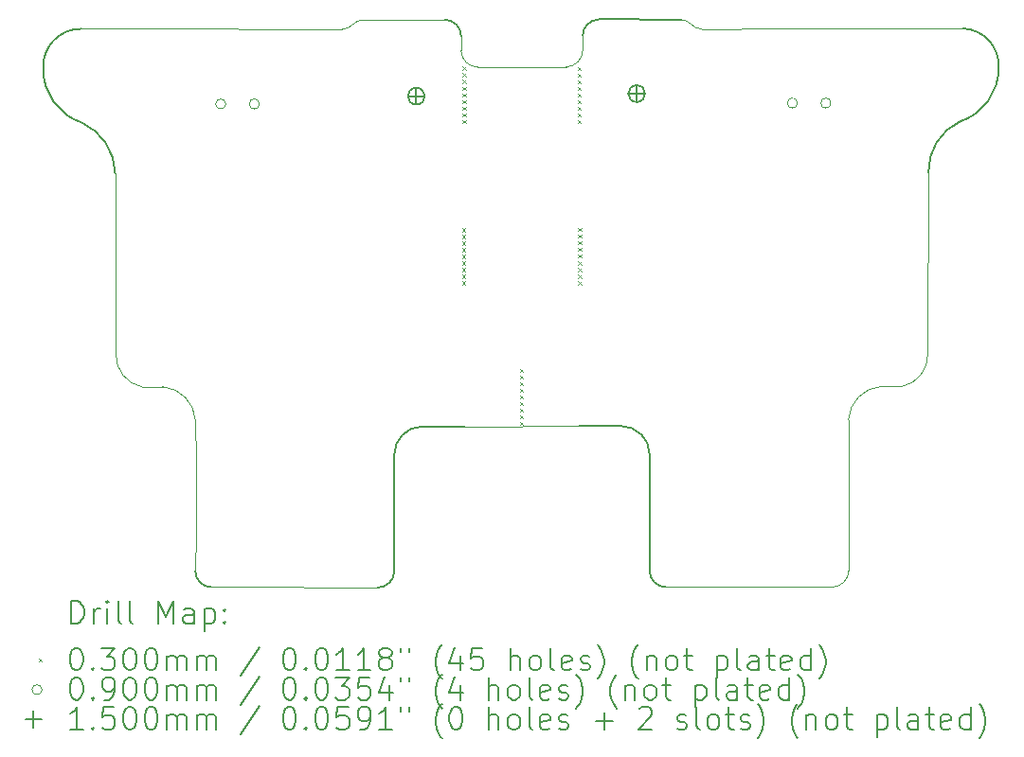
<source format=gbr>
%TF.GenerationSoftware,KiCad,Pcbnew,7.0.7*%
%TF.CreationDate,2024-01-26T01:18:23+08:00*%
%TF.ProjectId,adapter,61646170-7465-4722-9e6b-696361645f70,rev?*%
%TF.SameCoordinates,Original*%
%TF.FileFunction,Drillmap*%
%TF.FilePolarity,Positive*%
%FSLAX45Y45*%
G04 Gerber Fmt 4.5, Leading zero omitted, Abs format (unit mm)*
G04 Created by KiCad (PCBNEW 7.0.7) date 2024-01-26 01:18:23*
%MOMM*%
%LPD*%
G01*
G04 APERTURE LIST*
%ADD10C,0.100000*%
%ADD11C,0.200000*%
%ADD12C,0.030000*%
%ADD13C,0.090000*%
%ADD14C,0.150000*%
G04 APERTURE END LIST*
D10*
X20119380Y-12272525D02*
X21129347Y-12269459D01*
X19203727Y-8634018D02*
X19935579Y-8632393D01*
X22934762Y-8713218D02*
X23438762Y-8711218D01*
X17856030Y-8713082D02*
X18332030Y-8717082D01*
X20080581Y-8906110D02*
G75*
G03*
X20231002Y-9056109I149999J-1D01*
G01*
X21018572Y-9053888D02*
G75*
G03*
X21168149Y-8903889I-422J149998D01*
G01*
X21168149Y-8776327D02*
X21168149Y-8903889D01*
X20080579Y-8779393D02*
X20080579Y-8906110D01*
X20231002Y-9056109D02*
X21018572Y-9053889D01*
X23395966Y-13709029D02*
G75*
G03*
X23545939Y-13558966I-26J149999D01*
G01*
X23545807Y-13233451D02*
X23545939Y-13558966D01*
X22330762Y-13709218D02*
X23395966Y-13709027D01*
X18441030Y-13709082D02*
X18914030Y-13712082D01*
X24252000Y-11622952D02*
X24258000Y-9998199D01*
X16996727Y-11626018D02*
X16989083Y-10008063D01*
X23544629Y-12558452D02*
X23542000Y-12212952D01*
X22135001Y-8670951D02*
G75*
G03*
X22231130Y-8714258I94371J81135D01*
G01*
D11*
X24539695Y-9543199D02*
G75*
G03*
X24258000Y-9998199I207357J-443077D01*
G01*
D10*
X17413841Y-11916018D02*
X17226727Y-11916018D01*
X24022000Y-11912952D02*
X23834887Y-11912952D01*
X21912536Y-13709188D02*
X22330762Y-13709218D01*
D11*
X19336192Y-13712252D02*
G75*
G03*
X19483445Y-13567357I1348J145902D01*
G01*
D10*
X17711227Y-13243315D02*
X17704392Y-13561741D01*
X19017597Y-8717324D02*
X18332030Y-8717082D01*
D11*
X21129347Y-12269459D02*
X21512395Y-12268557D01*
X24885100Y-9060952D02*
G75*
G03*
X24565565Y-8710362I-331378J18886D01*
G01*
D10*
X24022001Y-11912955D02*
G75*
G03*
X24252000Y-11622952I-56288J280849D01*
G01*
D11*
X16683163Y-8713429D02*
G75*
G03*
X16345638Y-9070816I57J-338131D01*
G01*
X24539695Y-9543198D02*
G75*
G03*
X24885094Y-9060952I-155253J476012D01*
G01*
X19482333Y-12525623D02*
X19483445Y-13567357D01*
D10*
X17706725Y-12216018D02*
G75*
G03*
X17413841Y-11916018I-319345J-18802D01*
G01*
X17850592Y-13709353D02*
X18441030Y-13709082D01*
X19336192Y-13712254D02*
X18914030Y-13712082D01*
X22135000Y-8670952D02*
G75*
G03*
X22045000Y-8630952I-96908J-96794D01*
G01*
X19017597Y-8717322D02*
G75*
G03*
X19113727Y-8674018I1743J124482D01*
G01*
D11*
X22045000Y-8630952D02*
X21313149Y-8629327D01*
X16345643Y-9070816D02*
G75*
G03*
X16691037Y-9553063I500627J-6254D01*
G01*
D10*
X16996726Y-11626018D02*
G75*
G03*
X17226727Y-11916018I286274J-9162D01*
G01*
X17706727Y-12216018D02*
X17710049Y-12568316D01*
D11*
X21313149Y-8629326D02*
G75*
G03*
X21168149Y-8776327I1984J-146970D01*
G01*
X21765282Y-13564291D02*
X21766395Y-12522557D01*
D10*
X19203727Y-8634018D02*
G75*
G03*
X19113727Y-8674018I6903J-136782D01*
G01*
D11*
X16989081Y-10008063D02*
G75*
G03*
X16691037Y-9553063I-506811J-6867D01*
G01*
X19736333Y-12271623D02*
X20119380Y-12272525D01*
D10*
X16683163Y-8713428D02*
X17856030Y-8713082D01*
D11*
X21765277Y-13564291D02*
G75*
G03*
X21912536Y-13709188I145905J1005D01*
G01*
X21766401Y-12522557D02*
G75*
G03*
X21512395Y-12268557I-254009J-9D01*
G01*
D10*
X23544629Y-12558452D02*
X23545807Y-13233451D01*
X17711227Y-13243315D02*
X17710049Y-12568316D01*
X23834887Y-11912957D02*
G75*
G03*
X23542000Y-12212952I26475J-318819D01*
G01*
X24565565Y-8710362D02*
X23438762Y-8711218D01*
D11*
X17704393Y-13561741D02*
G75*
G03*
X17850592Y-13709353I146227J-1379D01*
G01*
X20080581Y-8779393D02*
G75*
G03*
X19935579Y-8632393I-147001J13D01*
G01*
D10*
X22231130Y-8714258D02*
X22934762Y-8713218D01*
D11*
X19736333Y-12271622D02*
G75*
G03*
X19482333Y-12525623I8J-254008D01*
G01*
D12*
X20088000Y-10499500D02*
X20118000Y-10529500D01*
X20118000Y-10499500D02*
X20088000Y-10529500D01*
X20088000Y-10558875D02*
X20118000Y-10588875D01*
X20118000Y-10558875D02*
X20088000Y-10588875D01*
X20088000Y-10618250D02*
X20118000Y-10648250D01*
X20118000Y-10618250D02*
X20088000Y-10648250D01*
X20088000Y-10677625D02*
X20118000Y-10707625D01*
X20118000Y-10677625D02*
X20088000Y-10707625D01*
X20088000Y-10737000D02*
X20118000Y-10767000D01*
X20118000Y-10737000D02*
X20088000Y-10767000D01*
X20088000Y-10796375D02*
X20118000Y-10826375D01*
X20118000Y-10796375D02*
X20088000Y-10826375D01*
X20088000Y-10855750D02*
X20118000Y-10885750D01*
X20118000Y-10855750D02*
X20088000Y-10885750D01*
X20088000Y-10915125D02*
X20118000Y-10945125D01*
X20118000Y-10915125D02*
X20088000Y-10945125D01*
X20088000Y-10974500D02*
X20118000Y-11004500D01*
X20118000Y-10974500D02*
X20088000Y-11004500D01*
X20095000Y-9052500D02*
X20125000Y-9082500D01*
X20125000Y-9052500D02*
X20095000Y-9082500D01*
X20095000Y-9111875D02*
X20125000Y-9141875D01*
X20125000Y-9111875D02*
X20095000Y-9141875D01*
X20095000Y-9171250D02*
X20125000Y-9201250D01*
X20125000Y-9171250D02*
X20095000Y-9201250D01*
X20095000Y-9230625D02*
X20125000Y-9260625D01*
X20125000Y-9230625D02*
X20095000Y-9260625D01*
X20095000Y-9290000D02*
X20125000Y-9320000D01*
X20125000Y-9290000D02*
X20095000Y-9320000D01*
X20095000Y-9349375D02*
X20125000Y-9379375D01*
X20125000Y-9349375D02*
X20095000Y-9379375D01*
X20095000Y-9408750D02*
X20125000Y-9438750D01*
X20125000Y-9408750D02*
X20095000Y-9438750D01*
X20095000Y-9468125D02*
X20125000Y-9498125D01*
X20125000Y-9468125D02*
X20095000Y-9498125D01*
X20095000Y-9527500D02*
X20125000Y-9557500D01*
X20125000Y-9527500D02*
X20095000Y-9557500D01*
X20606000Y-11755500D02*
X20636000Y-11785500D01*
X20636000Y-11755500D02*
X20606000Y-11785500D01*
X20606000Y-11814875D02*
X20636000Y-11844875D01*
X20636000Y-11814875D02*
X20606000Y-11844875D01*
X20606000Y-11874250D02*
X20636000Y-11904250D01*
X20636000Y-11874250D02*
X20606000Y-11904250D01*
X20606000Y-11933625D02*
X20636000Y-11963625D01*
X20636000Y-11933625D02*
X20606000Y-11963625D01*
X20606000Y-11993000D02*
X20636000Y-12023000D01*
X20636000Y-11993000D02*
X20606000Y-12023000D01*
X20606000Y-12052375D02*
X20636000Y-12082375D01*
X20636000Y-12052375D02*
X20606000Y-12082375D01*
X20606000Y-12111750D02*
X20636000Y-12141750D01*
X20636000Y-12111750D02*
X20606000Y-12141750D01*
X20606000Y-12171125D02*
X20636000Y-12201125D01*
X20636000Y-12171125D02*
X20606000Y-12201125D01*
X20606000Y-12230500D02*
X20636000Y-12260500D01*
X20636000Y-12230500D02*
X20606000Y-12260500D01*
X21122000Y-9054500D02*
X21152000Y-9084500D01*
X21152000Y-9054500D02*
X21122000Y-9084500D01*
X21122000Y-9113875D02*
X21152000Y-9143875D01*
X21152000Y-9113875D02*
X21122000Y-9143875D01*
X21122000Y-9173250D02*
X21152000Y-9203250D01*
X21152000Y-9173250D02*
X21122000Y-9203250D01*
X21122000Y-9232625D02*
X21152000Y-9262625D01*
X21152000Y-9232625D02*
X21122000Y-9262625D01*
X21122000Y-9292000D02*
X21152000Y-9322000D01*
X21152000Y-9292000D02*
X21122000Y-9322000D01*
X21122000Y-9351375D02*
X21152000Y-9381375D01*
X21152000Y-9351375D02*
X21122000Y-9381375D01*
X21122000Y-9410750D02*
X21152000Y-9440750D01*
X21152000Y-9410750D02*
X21122000Y-9440750D01*
X21122000Y-9470125D02*
X21152000Y-9500125D01*
X21152000Y-9470125D02*
X21122000Y-9500125D01*
X21122000Y-9529500D02*
X21152000Y-9559500D01*
X21152000Y-9529500D02*
X21122000Y-9559500D01*
X21128000Y-10495500D02*
X21158000Y-10525500D01*
X21158000Y-10495500D02*
X21128000Y-10525500D01*
X21128000Y-10554875D02*
X21158000Y-10584875D01*
X21158000Y-10554875D02*
X21128000Y-10584875D01*
X21128000Y-10614250D02*
X21158000Y-10644250D01*
X21158000Y-10614250D02*
X21128000Y-10644250D01*
X21128000Y-10673625D02*
X21158000Y-10703625D01*
X21158000Y-10673625D02*
X21128000Y-10703625D01*
X21128000Y-10733000D02*
X21158000Y-10763000D01*
X21158000Y-10733000D02*
X21128000Y-10763000D01*
X21128000Y-10792375D02*
X21158000Y-10822375D01*
X21158000Y-10792375D02*
X21128000Y-10822375D01*
X21128000Y-10851750D02*
X21158000Y-10881750D01*
X21158000Y-10851750D02*
X21128000Y-10881750D01*
X21128000Y-10911125D02*
X21158000Y-10941125D01*
X21158000Y-10911125D02*
X21128000Y-10941125D01*
X21128000Y-10970500D02*
X21158000Y-11000500D01*
X21158000Y-10970500D02*
X21128000Y-11000500D01*
D13*
X17977638Y-9385816D02*
G75*
G03*
X17977638Y-9385816I-45000J0D01*
G01*
X18277638Y-9385816D02*
G75*
G03*
X18277638Y-9385816I-45000J0D01*
G01*
X23086000Y-9377952D02*
G75*
G03*
X23086000Y-9377952I-45000J0D01*
G01*
X23386000Y-9377952D02*
G75*
G03*
X23386000Y-9377952I-45000J0D01*
G01*
D14*
X19680530Y-9241082D02*
X19680530Y-9391082D01*
X19605530Y-9316082D02*
X19755530Y-9316082D01*
D11*
X19680530Y-9241082D02*
X19680530Y-9241082D01*
X19680530Y-9241082D02*
G75*
G03*
X19680530Y-9391082I0J-75000D01*
G01*
X19680530Y-9391082D02*
X19680530Y-9391082D01*
X19680530Y-9391082D02*
G75*
G03*
X19680530Y-9241082I0J75000D01*
G01*
D14*
X21650262Y-9218718D02*
X21650262Y-9368718D01*
X21575262Y-9293718D02*
X21725262Y-9293718D01*
D11*
X21650262Y-9218718D02*
X21650262Y-9218718D01*
X21650262Y-9218718D02*
G75*
G03*
X21650262Y-9368718I0J-75000D01*
G01*
X21650262Y-9368718D02*
X21650262Y-9368718D01*
X21650262Y-9368718D02*
G75*
G03*
X21650262Y-9218718I0J75000D01*
G01*
X16595866Y-14033742D02*
X16595866Y-13833742D01*
X16595866Y-13833742D02*
X16643485Y-13833742D01*
X16643485Y-13833742D02*
X16672056Y-13843266D01*
X16672056Y-13843266D02*
X16691104Y-13862314D01*
X16691104Y-13862314D02*
X16700628Y-13881361D01*
X16700628Y-13881361D02*
X16710151Y-13919456D01*
X16710151Y-13919456D02*
X16710151Y-13948028D01*
X16710151Y-13948028D02*
X16700628Y-13986123D01*
X16700628Y-13986123D02*
X16691104Y-14005171D01*
X16691104Y-14005171D02*
X16672056Y-14024218D01*
X16672056Y-14024218D02*
X16643485Y-14033742D01*
X16643485Y-14033742D02*
X16595866Y-14033742D01*
X16795866Y-14033742D02*
X16795866Y-13900409D01*
X16795866Y-13938504D02*
X16805390Y-13919456D01*
X16805390Y-13919456D02*
X16814913Y-13909933D01*
X16814913Y-13909933D02*
X16833961Y-13900409D01*
X16833961Y-13900409D02*
X16853009Y-13900409D01*
X16919675Y-14033742D02*
X16919675Y-13900409D01*
X16919675Y-13833742D02*
X16910151Y-13843266D01*
X16910151Y-13843266D02*
X16919675Y-13852790D01*
X16919675Y-13852790D02*
X16929199Y-13843266D01*
X16929199Y-13843266D02*
X16919675Y-13833742D01*
X16919675Y-13833742D02*
X16919675Y-13852790D01*
X17043485Y-14033742D02*
X17024437Y-14024218D01*
X17024437Y-14024218D02*
X17014913Y-14005171D01*
X17014913Y-14005171D02*
X17014913Y-13833742D01*
X17148247Y-14033742D02*
X17129199Y-14024218D01*
X17129199Y-14024218D02*
X17119675Y-14005171D01*
X17119675Y-14005171D02*
X17119675Y-13833742D01*
X17376818Y-14033742D02*
X17376818Y-13833742D01*
X17376818Y-13833742D02*
X17443485Y-13976599D01*
X17443485Y-13976599D02*
X17510151Y-13833742D01*
X17510151Y-13833742D02*
X17510151Y-14033742D01*
X17691104Y-14033742D02*
X17691104Y-13928980D01*
X17691104Y-13928980D02*
X17681580Y-13909933D01*
X17681580Y-13909933D02*
X17662532Y-13900409D01*
X17662532Y-13900409D02*
X17624437Y-13900409D01*
X17624437Y-13900409D02*
X17605390Y-13909933D01*
X17691104Y-14024218D02*
X17672056Y-14033742D01*
X17672056Y-14033742D02*
X17624437Y-14033742D01*
X17624437Y-14033742D02*
X17605390Y-14024218D01*
X17605390Y-14024218D02*
X17595866Y-14005171D01*
X17595866Y-14005171D02*
X17595866Y-13986123D01*
X17595866Y-13986123D02*
X17605390Y-13967076D01*
X17605390Y-13967076D02*
X17624437Y-13957552D01*
X17624437Y-13957552D02*
X17672056Y-13957552D01*
X17672056Y-13957552D02*
X17691104Y-13948028D01*
X17786342Y-13900409D02*
X17786342Y-14100409D01*
X17786342Y-13909933D02*
X17805390Y-13900409D01*
X17805390Y-13900409D02*
X17843485Y-13900409D01*
X17843485Y-13900409D02*
X17862532Y-13909933D01*
X17862532Y-13909933D02*
X17872056Y-13919456D01*
X17872056Y-13919456D02*
X17881580Y-13938504D01*
X17881580Y-13938504D02*
X17881580Y-13995647D01*
X17881580Y-13995647D02*
X17872056Y-14014695D01*
X17872056Y-14014695D02*
X17862532Y-14024218D01*
X17862532Y-14024218D02*
X17843485Y-14033742D01*
X17843485Y-14033742D02*
X17805390Y-14033742D01*
X17805390Y-14033742D02*
X17786342Y-14024218D01*
X17967294Y-14014695D02*
X17976818Y-14024218D01*
X17976818Y-14024218D02*
X17967294Y-14033742D01*
X17967294Y-14033742D02*
X17957771Y-14024218D01*
X17957771Y-14024218D02*
X17967294Y-14014695D01*
X17967294Y-14014695D02*
X17967294Y-14033742D01*
X17967294Y-13909933D02*
X17976818Y-13919456D01*
X17976818Y-13919456D02*
X17967294Y-13928980D01*
X17967294Y-13928980D02*
X17957771Y-13919456D01*
X17957771Y-13919456D02*
X17967294Y-13909933D01*
X17967294Y-13909933D02*
X17967294Y-13928980D01*
D12*
X16305089Y-14347258D02*
X16335089Y-14377258D01*
X16335089Y-14347258D02*
X16305089Y-14377258D01*
D11*
X16633961Y-14253742D02*
X16653009Y-14253742D01*
X16653009Y-14253742D02*
X16672056Y-14263266D01*
X16672056Y-14263266D02*
X16681580Y-14272790D01*
X16681580Y-14272790D02*
X16691104Y-14291837D01*
X16691104Y-14291837D02*
X16700628Y-14329933D01*
X16700628Y-14329933D02*
X16700628Y-14377552D01*
X16700628Y-14377552D02*
X16691104Y-14415647D01*
X16691104Y-14415647D02*
X16681580Y-14434695D01*
X16681580Y-14434695D02*
X16672056Y-14444218D01*
X16672056Y-14444218D02*
X16653009Y-14453742D01*
X16653009Y-14453742D02*
X16633961Y-14453742D01*
X16633961Y-14453742D02*
X16614913Y-14444218D01*
X16614913Y-14444218D02*
X16605389Y-14434695D01*
X16605389Y-14434695D02*
X16595866Y-14415647D01*
X16595866Y-14415647D02*
X16586342Y-14377552D01*
X16586342Y-14377552D02*
X16586342Y-14329933D01*
X16586342Y-14329933D02*
X16595866Y-14291837D01*
X16595866Y-14291837D02*
X16605389Y-14272790D01*
X16605389Y-14272790D02*
X16614913Y-14263266D01*
X16614913Y-14263266D02*
X16633961Y-14253742D01*
X16786342Y-14434695D02*
X16795866Y-14444218D01*
X16795866Y-14444218D02*
X16786342Y-14453742D01*
X16786342Y-14453742D02*
X16776818Y-14444218D01*
X16776818Y-14444218D02*
X16786342Y-14434695D01*
X16786342Y-14434695D02*
X16786342Y-14453742D01*
X16862532Y-14253742D02*
X16986342Y-14253742D01*
X16986342Y-14253742D02*
X16919675Y-14329933D01*
X16919675Y-14329933D02*
X16948247Y-14329933D01*
X16948247Y-14329933D02*
X16967294Y-14339456D01*
X16967294Y-14339456D02*
X16976818Y-14348980D01*
X16976818Y-14348980D02*
X16986342Y-14368028D01*
X16986342Y-14368028D02*
X16986342Y-14415647D01*
X16986342Y-14415647D02*
X16976818Y-14434695D01*
X16976818Y-14434695D02*
X16967294Y-14444218D01*
X16967294Y-14444218D02*
X16948247Y-14453742D01*
X16948247Y-14453742D02*
X16891104Y-14453742D01*
X16891104Y-14453742D02*
X16872056Y-14444218D01*
X16872056Y-14444218D02*
X16862532Y-14434695D01*
X17110151Y-14253742D02*
X17129199Y-14253742D01*
X17129199Y-14253742D02*
X17148247Y-14263266D01*
X17148247Y-14263266D02*
X17157771Y-14272790D01*
X17157771Y-14272790D02*
X17167294Y-14291837D01*
X17167294Y-14291837D02*
X17176818Y-14329933D01*
X17176818Y-14329933D02*
X17176818Y-14377552D01*
X17176818Y-14377552D02*
X17167294Y-14415647D01*
X17167294Y-14415647D02*
X17157771Y-14434695D01*
X17157771Y-14434695D02*
X17148247Y-14444218D01*
X17148247Y-14444218D02*
X17129199Y-14453742D01*
X17129199Y-14453742D02*
X17110151Y-14453742D01*
X17110151Y-14453742D02*
X17091104Y-14444218D01*
X17091104Y-14444218D02*
X17081580Y-14434695D01*
X17081580Y-14434695D02*
X17072056Y-14415647D01*
X17072056Y-14415647D02*
X17062532Y-14377552D01*
X17062532Y-14377552D02*
X17062532Y-14329933D01*
X17062532Y-14329933D02*
X17072056Y-14291837D01*
X17072056Y-14291837D02*
X17081580Y-14272790D01*
X17081580Y-14272790D02*
X17091104Y-14263266D01*
X17091104Y-14263266D02*
X17110151Y-14253742D01*
X17300628Y-14253742D02*
X17319675Y-14253742D01*
X17319675Y-14253742D02*
X17338723Y-14263266D01*
X17338723Y-14263266D02*
X17348247Y-14272790D01*
X17348247Y-14272790D02*
X17357771Y-14291837D01*
X17357771Y-14291837D02*
X17367294Y-14329933D01*
X17367294Y-14329933D02*
X17367294Y-14377552D01*
X17367294Y-14377552D02*
X17357771Y-14415647D01*
X17357771Y-14415647D02*
X17348247Y-14434695D01*
X17348247Y-14434695D02*
X17338723Y-14444218D01*
X17338723Y-14444218D02*
X17319675Y-14453742D01*
X17319675Y-14453742D02*
X17300628Y-14453742D01*
X17300628Y-14453742D02*
X17281580Y-14444218D01*
X17281580Y-14444218D02*
X17272056Y-14434695D01*
X17272056Y-14434695D02*
X17262532Y-14415647D01*
X17262532Y-14415647D02*
X17253009Y-14377552D01*
X17253009Y-14377552D02*
X17253009Y-14329933D01*
X17253009Y-14329933D02*
X17262532Y-14291837D01*
X17262532Y-14291837D02*
X17272056Y-14272790D01*
X17272056Y-14272790D02*
X17281580Y-14263266D01*
X17281580Y-14263266D02*
X17300628Y-14253742D01*
X17453009Y-14453742D02*
X17453009Y-14320409D01*
X17453009Y-14339456D02*
X17462532Y-14329933D01*
X17462532Y-14329933D02*
X17481580Y-14320409D01*
X17481580Y-14320409D02*
X17510152Y-14320409D01*
X17510152Y-14320409D02*
X17529199Y-14329933D01*
X17529199Y-14329933D02*
X17538723Y-14348980D01*
X17538723Y-14348980D02*
X17538723Y-14453742D01*
X17538723Y-14348980D02*
X17548247Y-14329933D01*
X17548247Y-14329933D02*
X17567294Y-14320409D01*
X17567294Y-14320409D02*
X17595866Y-14320409D01*
X17595866Y-14320409D02*
X17614913Y-14329933D01*
X17614913Y-14329933D02*
X17624437Y-14348980D01*
X17624437Y-14348980D02*
X17624437Y-14453742D01*
X17719675Y-14453742D02*
X17719675Y-14320409D01*
X17719675Y-14339456D02*
X17729199Y-14329933D01*
X17729199Y-14329933D02*
X17748247Y-14320409D01*
X17748247Y-14320409D02*
X17776818Y-14320409D01*
X17776818Y-14320409D02*
X17795866Y-14329933D01*
X17795866Y-14329933D02*
X17805390Y-14348980D01*
X17805390Y-14348980D02*
X17805390Y-14453742D01*
X17805390Y-14348980D02*
X17814913Y-14329933D01*
X17814913Y-14329933D02*
X17833961Y-14320409D01*
X17833961Y-14320409D02*
X17862532Y-14320409D01*
X17862532Y-14320409D02*
X17881580Y-14329933D01*
X17881580Y-14329933D02*
X17891104Y-14348980D01*
X17891104Y-14348980D02*
X17891104Y-14453742D01*
X18281580Y-14244218D02*
X18110152Y-14501361D01*
X18538723Y-14253742D02*
X18557771Y-14253742D01*
X18557771Y-14253742D02*
X18576818Y-14263266D01*
X18576818Y-14263266D02*
X18586342Y-14272790D01*
X18586342Y-14272790D02*
X18595866Y-14291837D01*
X18595866Y-14291837D02*
X18605390Y-14329933D01*
X18605390Y-14329933D02*
X18605390Y-14377552D01*
X18605390Y-14377552D02*
X18595866Y-14415647D01*
X18595866Y-14415647D02*
X18586342Y-14434695D01*
X18586342Y-14434695D02*
X18576818Y-14444218D01*
X18576818Y-14444218D02*
X18557771Y-14453742D01*
X18557771Y-14453742D02*
X18538723Y-14453742D01*
X18538723Y-14453742D02*
X18519675Y-14444218D01*
X18519675Y-14444218D02*
X18510152Y-14434695D01*
X18510152Y-14434695D02*
X18500628Y-14415647D01*
X18500628Y-14415647D02*
X18491104Y-14377552D01*
X18491104Y-14377552D02*
X18491104Y-14329933D01*
X18491104Y-14329933D02*
X18500628Y-14291837D01*
X18500628Y-14291837D02*
X18510152Y-14272790D01*
X18510152Y-14272790D02*
X18519675Y-14263266D01*
X18519675Y-14263266D02*
X18538723Y-14253742D01*
X18691104Y-14434695D02*
X18700628Y-14444218D01*
X18700628Y-14444218D02*
X18691104Y-14453742D01*
X18691104Y-14453742D02*
X18681580Y-14444218D01*
X18681580Y-14444218D02*
X18691104Y-14434695D01*
X18691104Y-14434695D02*
X18691104Y-14453742D01*
X18824437Y-14253742D02*
X18843485Y-14253742D01*
X18843485Y-14253742D02*
X18862533Y-14263266D01*
X18862533Y-14263266D02*
X18872056Y-14272790D01*
X18872056Y-14272790D02*
X18881580Y-14291837D01*
X18881580Y-14291837D02*
X18891104Y-14329933D01*
X18891104Y-14329933D02*
X18891104Y-14377552D01*
X18891104Y-14377552D02*
X18881580Y-14415647D01*
X18881580Y-14415647D02*
X18872056Y-14434695D01*
X18872056Y-14434695D02*
X18862533Y-14444218D01*
X18862533Y-14444218D02*
X18843485Y-14453742D01*
X18843485Y-14453742D02*
X18824437Y-14453742D01*
X18824437Y-14453742D02*
X18805390Y-14444218D01*
X18805390Y-14444218D02*
X18795866Y-14434695D01*
X18795866Y-14434695D02*
X18786342Y-14415647D01*
X18786342Y-14415647D02*
X18776818Y-14377552D01*
X18776818Y-14377552D02*
X18776818Y-14329933D01*
X18776818Y-14329933D02*
X18786342Y-14291837D01*
X18786342Y-14291837D02*
X18795866Y-14272790D01*
X18795866Y-14272790D02*
X18805390Y-14263266D01*
X18805390Y-14263266D02*
X18824437Y-14253742D01*
X19081580Y-14453742D02*
X18967295Y-14453742D01*
X19024437Y-14453742D02*
X19024437Y-14253742D01*
X19024437Y-14253742D02*
X19005390Y-14282314D01*
X19005390Y-14282314D02*
X18986342Y-14301361D01*
X18986342Y-14301361D02*
X18967295Y-14310885D01*
X19272056Y-14453742D02*
X19157771Y-14453742D01*
X19214914Y-14453742D02*
X19214914Y-14253742D01*
X19214914Y-14253742D02*
X19195866Y-14282314D01*
X19195866Y-14282314D02*
X19176818Y-14301361D01*
X19176818Y-14301361D02*
X19157771Y-14310885D01*
X19386342Y-14339456D02*
X19367295Y-14329933D01*
X19367295Y-14329933D02*
X19357771Y-14320409D01*
X19357771Y-14320409D02*
X19348247Y-14301361D01*
X19348247Y-14301361D02*
X19348247Y-14291837D01*
X19348247Y-14291837D02*
X19357771Y-14272790D01*
X19357771Y-14272790D02*
X19367295Y-14263266D01*
X19367295Y-14263266D02*
X19386342Y-14253742D01*
X19386342Y-14253742D02*
X19424437Y-14253742D01*
X19424437Y-14253742D02*
X19443485Y-14263266D01*
X19443485Y-14263266D02*
X19453009Y-14272790D01*
X19453009Y-14272790D02*
X19462533Y-14291837D01*
X19462533Y-14291837D02*
X19462533Y-14301361D01*
X19462533Y-14301361D02*
X19453009Y-14320409D01*
X19453009Y-14320409D02*
X19443485Y-14329933D01*
X19443485Y-14329933D02*
X19424437Y-14339456D01*
X19424437Y-14339456D02*
X19386342Y-14339456D01*
X19386342Y-14339456D02*
X19367295Y-14348980D01*
X19367295Y-14348980D02*
X19357771Y-14358504D01*
X19357771Y-14358504D02*
X19348247Y-14377552D01*
X19348247Y-14377552D02*
X19348247Y-14415647D01*
X19348247Y-14415647D02*
X19357771Y-14434695D01*
X19357771Y-14434695D02*
X19367295Y-14444218D01*
X19367295Y-14444218D02*
X19386342Y-14453742D01*
X19386342Y-14453742D02*
X19424437Y-14453742D01*
X19424437Y-14453742D02*
X19443485Y-14444218D01*
X19443485Y-14444218D02*
X19453009Y-14434695D01*
X19453009Y-14434695D02*
X19462533Y-14415647D01*
X19462533Y-14415647D02*
X19462533Y-14377552D01*
X19462533Y-14377552D02*
X19453009Y-14358504D01*
X19453009Y-14358504D02*
X19443485Y-14348980D01*
X19443485Y-14348980D02*
X19424437Y-14339456D01*
X19538723Y-14253742D02*
X19538723Y-14291837D01*
X19614914Y-14253742D02*
X19614914Y-14291837D01*
X19910152Y-14529933D02*
X19900628Y-14520409D01*
X19900628Y-14520409D02*
X19881580Y-14491837D01*
X19881580Y-14491837D02*
X19872057Y-14472790D01*
X19872057Y-14472790D02*
X19862533Y-14444218D01*
X19862533Y-14444218D02*
X19853009Y-14396599D01*
X19853009Y-14396599D02*
X19853009Y-14358504D01*
X19853009Y-14358504D02*
X19862533Y-14310885D01*
X19862533Y-14310885D02*
X19872057Y-14282314D01*
X19872057Y-14282314D02*
X19881580Y-14263266D01*
X19881580Y-14263266D02*
X19900628Y-14234695D01*
X19900628Y-14234695D02*
X19910152Y-14225171D01*
X20072057Y-14320409D02*
X20072057Y-14453742D01*
X20024437Y-14244218D02*
X19976818Y-14387076D01*
X19976818Y-14387076D02*
X20100628Y-14387076D01*
X20272057Y-14253742D02*
X20176818Y-14253742D01*
X20176818Y-14253742D02*
X20167295Y-14348980D01*
X20167295Y-14348980D02*
X20176818Y-14339456D01*
X20176818Y-14339456D02*
X20195866Y-14329933D01*
X20195866Y-14329933D02*
X20243485Y-14329933D01*
X20243485Y-14329933D02*
X20262533Y-14339456D01*
X20262533Y-14339456D02*
X20272057Y-14348980D01*
X20272057Y-14348980D02*
X20281580Y-14368028D01*
X20281580Y-14368028D02*
X20281580Y-14415647D01*
X20281580Y-14415647D02*
X20272057Y-14434695D01*
X20272057Y-14434695D02*
X20262533Y-14444218D01*
X20262533Y-14444218D02*
X20243485Y-14453742D01*
X20243485Y-14453742D02*
X20195866Y-14453742D01*
X20195866Y-14453742D02*
X20176818Y-14444218D01*
X20176818Y-14444218D02*
X20167295Y-14434695D01*
X20519676Y-14453742D02*
X20519676Y-14253742D01*
X20605390Y-14453742D02*
X20605390Y-14348980D01*
X20605390Y-14348980D02*
X20595866Y-14329933D01*
X20595866Y-14329933D02*
X20576819Y-14320409D01*
X20576819Y-14320409D02*
X20548247Y-14320409D01*
X20548247Y-14320409D02*
X20529199Y-14329933D01*
X20529199Y-14329933D02*
X20519676Y-14339456D01*
X20729199Y-14453742D02*
X20710152Y-14444218D01*
X20710152Y-14444218D02*
X20700628Y-14434695D01*
X20700628Y-14434695D02*
X20691104Y-14415647D01*
X20691104Y-14415647D02*
X20691104Y-14358504D01*
X20691104Y-14358504D02*
X20700628Y-14339456D01*
X20700628Y-14339456D02*
X20710152Y-14329933D01*
X20710152Y-14329933D02*
X20729199Y-14320409D01*
X20729199Y-14320409D02*
X20757771Y-14320409D01*
X20757771Y-14320409D02*
X20776819Y-14329933D01*
X20776819Y-14329933D02*
X20786342Y-14339456D01*
X20786342Y-14339456D02*
X20795866Y-14358504D01*
X20795866Y-14358504D02*
X20795866Y-14415647D01*
X20795866Y-14415647D02*
X20786342Y-14434695D01*
X20786342Y-14434695D02*
X20776819Y-14444218D01*
X20776819Y-14444218D02*
X20757771Y-14453742D01*
X20757771Y-14453742D02*
X20729199Y-14453742D01*
X20910152Y-14453742D02*
X20891104Y-14444218D01*
X20891104Y-14444218D02*
X20881580Y-14425171D01*
X20881580Y-14425171D02*
X20881580Y-14253742D01*
X21062533Y-14444218D02*
X21043485Y-14453742D01*
X21043485Y-14453742D02*
X21005390Y-14453742D01*
X21005390Y-14453742D02*
X20986342Y-14444218D01*
X20986342Y-14444218D02*
X20976819Y-14425171D01*
X20976819Y-14425171D02*
X20976819Y-14348980D01*
X20976819Y-14348980D02*
X20986342Y-14329933D01*
X20986342Y-14329933D02*
X21005390Y-14320409D01*
X21005390Y-14320409D02*
X21043485Y-14320409D01*
X21043485Y-14320409D02*
X21062533Y-14329933D01*
X21062533Y-14329933D02*
X21072057Y-14348980D01*
X21072057Y-14348980D02*
X21072057Y-14368028D01*
X21072057Y-14368028D02*
X20976819Y-14387076D01*
X21148247Y-14444218D02*
X21167295Y-14453742D01*
X21167295Y-14453742D02*
X21205390Y-14453742D01*
X21205390Y-14453742D02*
X21224438Y-14444218D01*
X21224438Y-14444218D02*
X21233961Y-14425171D01*
X21233961Y-14425171D02*
X21233961Y-14415647D01*
X21233961Y-14415647D02*
X21224438Y-14396599D01*
X21224438Y-14396599D02*
X21205390Y-14387076D01*
X21205390Y-14387076D02*
X21176819Y-14387076D01*
X21176819Y-14387076D02*
X21157771Y-14377552D01*
X21157771Y-14377552D02*
X21148247Y-14358504D01*
X21148247Y-14358504D02*
X21148247Y-14348980D01*
X21148247Y-14348980D02*
X21157771Y-14329933D01*
X21157771Y-14329933D02*
X21176819Y-14320409D01*
X21176819Y-14320409D02*
X21205390Y-14320409D01*
X21205390Y-14320409D02*
X21224438Y-14329933D01*
X21300628Y-14529933D02*
X21310152Y-14520409D01*
X21310152Y-14520409D02*
X21329200Y-14491837D01*
X21329200Y-14491837D02*
X21338723Y-14472790D01*
X21338723Y-14472790D02*
X21348247Y-14444218D01*
X21348247Y-14444218D02*
X21357771Y-14396599D01*
X21357771Y-14396599D02*
X21357771Y-14358504D01*
X21357771Y-14358504D02*
X21348247Y-14310885D01*
X21348247Y-14310885D02*
X21338723Y-14282314D01*
X21338723Y-14282314D02*
X21329200Y-14263266D01*
X21329200Y-14263266D02*
X21310152Y-14234695D01*
X21310152Y-14234695D02*
X21300628Y-14225171D01*
X21662533Y-14529933D02*
X21653009Y-14520409D01*
X21653009Y-14520409D02*
X21633961Y-14491837D01*
X21633961Y-14491837D02*
X21624438Y-14472790D01*
X21624438Y-14472790D02*
X21614914Y-14444218D01*
X21614914Y-14444218D02*
X21605390Y-14396599D01*
X21605390Y-14396599D02*
X21605390Y-14358504D01*
X21605390Y-14358504D02*
X21614914Y-14310885D01*
X21614914Y-14310885D02*
X21624438Y-14282314D01*
X21624438Y-14282314D02*
X21633961Y-14263266D01*
X21633961Y-14263266D02*
X21653009Y-14234695D01*
X21653009Y-14234695D02*
X21662533Y-14225171D01*
X21738723Y-14320409D02*
X21738723Y-14453742D01*
X21738723Y-14339456D02*
X21748247Y-14329933D01*
X21748247Y-14329933D02*
X21767295Y-14320409D01*
X21767295Y-14320409D02*
X21795866Y-14320409D01*
X21795866Y-14320409D02*
X21814914Y-14329933D01*
X21814914Y-14329933D02*
X21824438Y-14348980D01*
X21824438Y-14348980D02*
X21824438Y-14453742D01*
X21948247Y-14453742D02*
X21929200Y-14444218D01*
X21929200Y-14444218D02*
X21919676Y-14434695D01*
X21919676Y-14434695D02*
X21910152Y-14415647D01*
X21910152Y-14415647D02*
X21910152Y-14358504D01*
X21910152Y-14358504D02*
X21919676Y-14339456D01*
X21919676Y-14339456D02*
X21929200Y-14329933D01*
X21929200Y-14329933D02*
X21948247Y-14320409D01*
X21948247Y-14320409D02*
X21976819Y-14320409D01*
X21976819Y-14320409D02*
X21995866Y-14329933D01*
X21995866Y-14329933D02*
X22005390Y-14339456D01*
X22005390Y-14339456D02*
X22014914Y-14358504D01*
X22014914Y-14358504D02*
X22014914Y-14415647D01*
X22014914Y-14415647D02*
X22005390Y-14434695D01*
X22005390Y-14434695D02*
X21995866Y-14444218D01*
X21995866Y-14444218D02*
X21976819Y-14453742D01*
X21976819Y-14453742D02*
X21948247Y-14453742D01*
X22072057Y-14320409D02*
X22148247Y-14320409D01*
X22100628Y-14253742D02*
X22100628Y-14425171D01*
X22100628Y-14425171D02*
X22110152Y-14444218D01*
X22110152Y-14444218D02*
X22129200Y-14453742D01*
X22129200Y-14453742D02*
X22148247Y-14453742D01*
X22367295Y-14320409D02*
X22367295Y-14520409D01*
X22367295Y-14329933D02*
X22386342Y-14320409D01*
X22386342Y-14320409D02*
X22424438Y-14320409D01*
X22424438Y-14320409D02*
X22443485Y-14329933D01*
X22443485Y-14329933D02*
X22453009Y-14339456D01*
X22453009Y-14339456D02*
X22462533Y-14358504D01*
X22462533Y-14358504D02*
X22462533Y-14415647D01*
X22462533Y-14415647D02*
X22453009Y-14434695D01*
X22453009Y-14434695D02*
X22443485Y-14444218D01*
X22443485Y-14444218D02*
X22424438Y-14453742D01*
X22424438Y-14453742D02*
X22386342Y-14453742D01*
X22386342Y-14453742D02*
X22367295Y-14444218D01*
X22576819Y-14453742D02*
X22557771Y-14444218D01*
X22557771Y-14444218D02*
X22548247Y-14425171D01*
X22548247Y-14425171D02*
X22548247Y-14253742D01*
X22738723Y-14453742D02*
X22738723Y-14348980D01*
X22738723Y-14348980D02*
X22729200Y-14329933D01*
X22729200Y-14329933D02*
X22710152Y-14320409D01*
X22710152Y-14320409D02*
X22672057Y-14320409D01*
X22672057Y-14320409D02*
X22653009Y-14329933D01*
X22738723Y-14444218D02*
X22719676Y-14453742D01*
X22719676Y-14453742D02*
X22672057Y-14453742D01*
X22672057Y-14453742D02*
X22653009Y-14444218D01*
X22653009Y-14444218D02*
X22643485Y-14425171D01*
X22643485Y-14425171D02*
X22643485Y-14406123D01*
X22643485Y-14406123D02*
X22653009Y-14387076D01*
X22653009Y-14387076D02*
X22672057Y-14377552D01*
X22672057Y-14377552D02*
X22719676Y-14377552D01*
X22719676Y-14377552D02*
X22738723Y-14368028D01*
X22805390Y-14320409D02*
X22881580Y-14320409D01*
X22833961Y-14253742D02*
X22833961Y-14425171D01*
X22833961Y-14425171D02*
X22843485Y-14444218D01*
X22843485Y-14444218D02*
X22862533Y-14453742D01*
X22862533Y-14453742D02*
X22881580Y-14453742D01*
X23024438Y-14444218D02*
X23005390Y-14453742D01*
X23005390Y-14453742D02*
X22967295Y-14453742D01*
X22967295Y-14453742D02*
X22948247Y-14444218D01*
X22948247Y-14444218D02*
X22938723Y-14425171D01*
X22938723Y-14425171D02*
X22938723Y-14348980D01*
X22938723Y-14348980D02*
X22948247Y-14329933D01*
X22948247Y-14329933D02*
X22967295Y-14320409D01*
X22967295Y-14320409D02*
X23005390Y-14320409D01*
X23005390Y-14320409D02*
X23024438Y-14329933D01*
X23024438Y-14329933D02*
X23033961Y-14348980D01*
X23033961Y-14348980D02*
X23033961Y-14368028D01*
X23033961Y-14368028D02*
X22938723Y-14387076D01*
X23205390Y-14453742D02*
X23205390Y-14253742D01*
X23205390Y-14444218D02*
X23186342Y-14453742D01*
X23186342Y-14453742D02*
X23148247Y-14453742D01*
X23148247Y-14453742D02*
X23129200Y-14444218D01*
X23129200Y-14444218D02*
X23119676Y-14434695D01*
X23119676Y-14434695D02*
X23110152Y-14415647D01*
X23110152Y-14415647D02*
X23110152Y-14358504D01*
X23110152Y-14358504D02*
X23119676Y-14339456D01*
X23119676Y-14339456D02*
X23129200Y-14329933D01*
X23129200Y-14329933D02*
X23148247Y-14320409D01*
X23148247Y-14320409D02*
X23186342Y-14320409D01*
X23186342Y-14320409D02*
X23205390Y-14329933D01*
X23281581Y-14529933D02*
X23291104Y-14520409D01*
X23291104Y-14520409D02*
X23310152Y-14491837D01*
X23310152Y-14491837D02*
X23319676Y-14472790D01*
X23319676Y-14472790D02*
X23329200Y-14444218D01*
X23329200Y-14444218D02*
X23338723Y-14396599D01*
X23338723Y-14396599D02*
X23338723Y-14358504D01*
X23338723Y-14358504D02*
X23329200Y-14310885D01*
X23329200Y-14310885D02*
X23319676Y-14282314D01*
X23319676Y-14282314D02*
X23310152Y-14263266D01*
X23310152Y-14263266D02*
X23291104Y-14234695D01*
X23291104Y-14234695D02*
X23281581Y-14225171D01*
D13*
X16335089Y-14626258D02*
G75*
G03*
X16335089Y-14626258I-45000J0D01*
G01*
D11*
X16633961Y-14517742D02*
X16653009Y-14517742D01*
X16653009Y-14517742D02*
X16672056Y-14527266D01*
X16672056Y-14527266D02*
X16681580Y-14536790D01*
X16681580Y-14536790D02*
X16691104Y-14555837D01*
X16691104Y-14555837D02*
X16700628Y-14593933D01*
X16700628Y-14593933D02*
X16700628Y-14641552D01*
X16700628Y-14641552D02*
X16691104Y-14679647D01*
X16691104Y-14679647D02*
X16681580Y-14698695D01*
X16681580Y-14698695D02*
X16672056Y-14708218D01*
X16672056Y-14708218D02*
X16653009Y-14717742D01*
X16653009Y-14717742D02*
X16633961Y-14717742D01*
X16633961Y-14717742D02*
X16614913Y-14708218D01*
X16614913Y-14708218D02*
X16605389Y-14698695D01*
X16605389Y-14698695D02*
X16595866Y-14679647D01*
X16595866Y-14679647D02*
X16586342Y-14641552D01*
X16586342Y-14641552D02*
X16586342Y-14593933D01*
X16586342Y-14593933D02*
X16595866Y-14555837D01*
X16595866Y-14555837D02*
X16605389Y-14536790D01*
X16605389Y-14536790D02*
X16614913Y-14527266D01*
X16614913Y-14527266D02*
X16633961Y-14517742D01*
X16786342Y-14698695D02*
X16795866Y-14708218D01*
X16795866Y-14708218D02*
X16786342Y-14717742D01*
X16786342Y-14717742D02*
X16776818Y-14708218D01*
X16776818Y-14708218D02*
X16786342Y-14698695D01*
X16786342Y-14698695D02*
X16786342Y-14717742D01*
X16891104Y-14717742D02*
X16929199Y-14717742D01*
X16929199Y-14717742D02*
X16948247Y-14708218D01*
X16948247Y-14708218D02*
X16957771Y-14698695D01*
X16957771Y-14698695D02*
X16976818Y-14670123D01*
X16976818Y-14670123D02*
X16986342Y-14632028D01*
X16986342Y-14632028D02*
X16986342Y-14555837D01*
X16986342Y-14555837D02*
X16976818Y-14536790D01*
X16976818Y-14536790D02*
X16967294Y-14527266D01*
X16967294Y-14527266D02*
X16948247Y-14517742D01*
X16948247Y-14517742D02*
X16910151Y-14517742D01*
X16910151Y-14517742D02*
X16891104Y-14527266D01*
X16891104Y-14527266D02*
X16881580Y-14536790D01*
X16881580Y-14536790D02*
X16872056Y-14555837D01*
X16872056Y-14555837D02*
X16872056Y-14603456D01*
X16872056Y-14603456D02*
X16881580Y-14622504D01*
X16881580Y-14622504D02*
X16891104Y-14632028D01*
X16891104Y-14632028D02*
X16910151Y-14641552D01*
X16910151Y-14641552D02*
X16948247Y-14641552D01*
X16948247Y-14641552D02*
X16967294Y-14632028D01*
X16967294Y-14632028D02*
X16976818Y-14622504D01*
X16976818Y-14622504D02*
X16986342Y-14603456D01*
X17110151Y-14517742D02*
X17129199Y-14517742D01*
X17129199Y-14517742D02*
X17148247Y-14527266D01*
X17148247Y-14527266D02*
X17157771Y-14536790D01*
X17157771Y-14536790D02*
X17167294Y-14555837D01*
X17167294Y-14555837D02*
X17176818Y-14593933D01*
X17176818Y-14593933D02*
X17176818Y-14641552D01*
X17176818Y-14641552D02*
X17167294Y-14679647D01*
X17167294Y-14679647D02*
X17157771Y-14698695D01*
X17157771Y-14698695D02*
X17148247Y-14708218D01*
X17148247Y-14708218D02*
X17129199Y-14717742D01*
X17129199Y-14717742D02*
X17110151Y-14717742D01*
X17110151Y-14717742D02*
X17091104Y-14708218D01*
X17091104Y-14708218D02*
X17081580Y-14698695D01*
X17081580Y-14698695D02*
X17072056Y-14679647D01*
X17072056Y-14679647D02*
X17062532Y-14641552D01*
X17062532Y-14641552D02*
X17062532Y-14593933D01*
X17062532Y-14593933D02*
X17072056Y-14555837D01*
X17072056Y-14555837D02*
X17081580Y-14536790D01*
X17081580Y-14536790D02*
X17091104Y-14527266D01*
X17091104Y-14527266D02*
X17110151Y-14517742D01*
X17300628Y-14517742D02*
X17319675Y-14517742D01*
X17319675Y-14517742D02*
X17338723Y-14527266D01*
X17338723Y-14527266D02*
X17348247Y-14536790D01*
X17348247Y-14536790D02*
X17357771Y-14555837D01*
X17357771Y-14555837D02*
X17367294Y-14593933D01*
X17367294Y-14593933D02*
X17367294Y-14641552D01*
X17367294Y-14641552D02*
X17357771Y-14679647D01*
X17357771Y-14679647D02*
X17348247Y-14698695D01*
X17348247Y-14698695D02*
X17338723Y-14708218D01*
X17338723Y-14708218D02*
X17319675Y-14717742D01*
X17319675Y-14717742D02*
X17300628Y-14717742D01*
X17300628Y-14717742D02*
X17281580Y-14708218D01*
X17281580Y-14708218D02*
X17272056Y-14698695D01*
X17272056Y-14698695D02*
X17262532Y-14679647D01*
X17262532Y-14679647D02*
X17253009Y-14641552D01*
X17253009Y-14641552D02*
X17253009Y-14593933D01*
X17253009Y-14593933D02*
X17262532Y-14555837D01*
X17262532Y-14555837D02*
X17272056Y-14536790D01*
X17272056Y-14536790D02*
X17281580Y-14527266D01*
X17281580Y-14527266D02*
X17300628Y-14517742D01*
X17453009Y-14717742D02*
X17453009Y-14584409D01*
X17453009Y-14603456D02*
X17462532Y-14593933D01*
X17462532Y-14593933D02*
X17481580Y-14584409D01*
X17481580Y-14584409D02*
X17510152Y-14584409D01*
X17510152Y-14584409D02*
X17529199Y-14593933D01*
X17529199Y-14593933D02*
X17538723Y-14612980D01*
X17538723Y-14612980D02*
X17538723Y-14717742D01*
X17538723Y-14612980D02*
X17548247Y-14593933D01*
X17548247Y-14593933D02*
X17567294Y-14584409D01*
X17567294Y-14584409D02*
X17595866Y-14584409D01*
X17595866Y-14584409D02*
X17614913Y-14593933D01*
X17614913Y-14593933D02*
X17624437Y-14612980D01*
X17624437Y-14612980D02*
X17624437Y-14717742D01*
X17719675Y-14717742D02*
X17719675Y-14584409D01*
X17719675Y-14603456D02*
X17729199Y-14593933D01*
X17729199Y-14593933D02*
X17748247Y-14584409D01*
X17748247Y-14584409D02*
X17776818Y-14584409D01*
X17776818Y-14584409D02*
X17795866Y-14593933D01*
X17795866Y-14593933D02*
X17805390Y-14612980D01*
X17805390Y-14612980D02*
X17805390Y-14717742D01*
X17805390Y-14612980D02*
X17814913Y-14593933D01*
X17814913Y-14593933D02*
X17833961Y-14584409D01*
X17833961Y-14584409D02*
X17862532Y-14584409D01*
X17862532Y-14584409D02*
X17881580Y-14593933D01*
X17881580Y-14593933D02*
X17891104Y-14612980D01*
X17891104Y-14612980D02*
X17891104Y-14717742D01*
X18281580Y-14508218D02*
X18110152Y-14765361D01*
X18538723Y-14517742D02*
X18557771Y-14517742D01*
X18557771Y-14517742D02*
X18576818Y-14527266D01*
X18576818Y-14527266D02*
X18586342Y-14536790D01*
X18586342Y-14536790D02*
X18595866Y-14555837D01*
X18595866Y-14555837D02*
X18605390Y-14593933D01*
X18605390Y-14593933D02*
X18605390Y-14641552D01*
X18605390Y-14641552D02*
X18595866Y-14679647D01*
X18595866Y-14679647D02*
X18586342Y-14698695D01*
X18586342Y-14698695D02*
X18576818Y-14708218D01*
X18576818Y-14708218D02*
X18557771Y-14717742D01*
X18557771Y-14717742D02*
X18538723Y-14717742D01*
X18538723Y-14717742D02*
X18519675Y-14708218D01*
X18519675Y-14708218D02*
X18510152Y-14698695D01*
X18510152Y-14698695D02*
X18500628Y-14679647D01*
X18500628Y-14679647D02*
X18491104Y-14641552D01*
X18491104Y-14641552D02*
X18491104Y-14593933D01*
X18491104Y-14593933D02*
X18500628Y-14555837D01*
X18500628Y-14555837D02*
X18510152Y-14536790D01*
X18510152Y-14536790D02*
X18519675Y-14527266D01*
X18519675Y-14527266D02*
X18538723Y-14517742D01*
X18691104Y-14698695D02*
X18700628Y-14708218D01*
X18700628Y-14708218D02*
X18691104Y-14717742D01*
X18691104Y-14717742D02*
X18681580Y-14708218D01*
X18681580Y-14708218D02*
X18691104Y-14698695D01*
X18691104Y-14698695D02*
X18691104Y-14717742D01*
X18824437Y-14517742D02*
X18843485Y-14517742D01*
X18843485Y-14517742D02*
X18862533Y-14527266D01*
X18862533Y-14527266D02*
X18872056Y-14536790D01*
X18872056Y-14536790D02*
X18881580Y-14555837D01*
X18881580Y-14555837D02*
X18891104Y-14593933D01*
X18891104Y-14593933D02*
X18891104Y-14641552D01*
X18891104Y-14641552D02*
X18881580Y-14679647D01*
X18881580Y-14679647D02*
X18872056Y-14698695D01*
X18872056Y-14698695D02*
X18862533Y-14708218D01*
X18862533Y-14708218D02*
X18843485Y-14717742D01*
X18843485Y-14717742D02*
X18824437Y-14717742D01*
X18824437Y-14717742D02*
X18805390Y-14708218D01*
X18805390Y-14708218D02*
X18795866Y-14698695D01*
X18795866Y-14698695D02*
X18786342Y-14679647D01*
X18786342Y-14679647D02*
X18776818Y-14641552D01*
X18776818Y-14641552D02*
X18776818Y-14593933D01*
X18776818Y-14593933D02*
X18786342Y-14555837D01*
X18786342Y-14555837D02*
X18795866Y-14536790D01*
X18795866Y-14536790D02*
X18805390Y-14527266D01*
X18805390Y-14527266D02*
X18824437Y-14517742D01*
X18957771Y-14517742D02*
X19081580Y-14517742D01*
X19081580Y-14517742D02*
X19014914Y-14593933D01*
X19014914Y-14593933D02*
X19043485Y-14593933D01*
X19043485Y-14593933D02*
X19062533Y-14603456D01*
X19062533Y-14603456D02*
X19072056Y-14612980D01*
X19072056Y-14612980D02*
X19081580Y-14632028D01*
X19081580Y-14632028D02*
X19081580Y-14679647D01*
X19081580Y-14679647D02*
X19072056Y-14698695D01*
X19072056Y-14698695D02*
X19062533Y-14708218D01*
X19062533Y-14708218D02*
X19043485Y-14717742D01*
X19043485Y-14717742D02*
X18986342Y-14717742D01*
X18986342Y-14717742D02*
X18967295Y-14708218D01*
X18967295Y-14708218D02*
X18957771Y-14698695D01*
X19262533Y-14517742D02*
X19167295Y-14517742D01*
X19167295Y-14517742D02*
X19157771Y-14612980D01*
X19157771Y-14612980D02*
X19167295Y-14603456D01*
X19167295Y-14603456D02*
X19186342Y-14593933D01*
X19186342Y-14593933D02*
X19233961Y-14593933D01*
X19233961Y-14593933D02*
X19253009Y-14603456D01*
X19253009Y-14603456D02*
X19262533Y-14612980D01*
X19262533Y-14612980D02*
X19272056Y-14632028D01*
X19272056Y-14632028D02*
X19272056Y-14679647D01*
X19272056Y-14679647D02*
X19262533Y-14698695D01*
X19262533Y-14698695D02*
X19253009Y-14708218D01*
X19253009Y-14708218D02*
X19233961Y-14717742D01*
X19233961Y-14717742D02*
X19186342Y-14717742D01*
X19186342Y-14717742D02*
X19167295Y-14708218D01*
X19167295Y-14708218D02*
X19157771Y-14698695D01*
X19443485Y-14584409D02*
X19443485Y-14717742D01*
X19395866Y-14508218D02*
X19348247Y-14651076D01*
X19348247Y-14651076D02*
X19472056Y-14651076D01*
X19538723Y-14517742D02*
X19538723Y-14555837D01*
X19614914Y-14517742D02*
X19614914Y-14555837D01*
X19910152Y-14793933D02*
X19900628Y-14784409D01*
X19900628Y-14784409D02*
X19881580Y-14755837D01*
X19881580Y-14755837D02*
X19872057Y-14736790D01*
X19872057Y-14736790D02*
X19862533Y-14708218D01*
X19862533Y-14708218D02*
X19853009Y-14660599D01*
X19853009Y-14660599D02*
X19853009Y-14622504D01*
X19853009Y-14622504D02*
X19862533Y-14574885D01*
X19862533Y-14574885D02*
X19872057Y-14546314D01*
X19872057Y-14546314D02*
X19881580Y-14527266D01*
X19881580Y-14527266D02*
X19900628Y-14498695D01*
X19900628Y-14498695D02*
X19910152Y-14489171D01*
X20072057Y-14584409D02*
X20072057Y-14717742D01*
X20024437Y-14508218D02*
X19976818Y-14651076D01*
X19976818Y-14651076D02*
X20100628Y-14651076D01*
X20329199Y-14717742D02*
X20329199Y-14517742D01*
X20414914Y-14717742D02*
X20414914Y-14612980D01*
X20414914Y-14612980D02*
X20405390Y-14593933D01*
X20405390Y-14593933D02*
X20386342Y-14584409D01*
X20386342Y-14584409D02*
X20357771Y-14584409D01*
X20357771Y-14584409D02*
X20338723Y-14593933D01*
X20338723Y-14593933D02*
X20329199Y-14603456D01*
X20538723Y-14717742D02*
X20519676Y-14708218D01*
X20519676Y-14708218D02*
X20510152Y-14698695D01*
X20510152Y-14698695D02*
X20500628Y-14679647D01*
X20500628Y-14679647D02*
X20500628Y-14622504D01*
X20500628Y-14622504D02*
X20510152Y-14603456D01*
X20510152Y-14603456D02*
X20519676Y-14593933D01*
X20519676Y-14593933D02*
X20538723Y-14584409D01*
X20538723Y-14584409D02*
X20567295Y-14584409D01*
X20567295Y-14584409D02*
X20586342Y-14593933D01*
X20586342Y-14593933D02*
X20595866Y-14603456D01*
X20595866Y-14603456D02*
X20605390Y-14622504D01*
X20605390Y-14622504D02*
X20605390Y-14679647D01*
X20605390Y-14679647D02*
X20595866Y-14698695D01*
X20595866Y-14698695D02*
X20586342Y-14708218D01*
X20586342Y-14708218D02*
X20567295Y-14717742D01*
X20567295Y-14717742D02*
X20538723Y-14717742D01*
X20719676Y-14717742D02*
X20700628Y-14708218D01*
X20700628Y-14708218D02*
X20691104Y-14689171D01*
X20691104Y-14689171D02*
X20691104Y-14517742D01*
X20872057Y-14708218D02*
X20853009Y-14717742D01*
X20853009Y-14717742D02*
X20814914Y-14717742D01*
X20814914Y-14717742D02*
X20795866Y-14708218D01*
X20795866Y-14708218D02*
X20786342Y-14689171D01*
X20786342Y-14689171D02*
X20786342Y-14612980D01*
X20786342Y-14612980D02*
X20795866Y-14593933D01*
X20795866Y-14593933D02*
X20814914Y-14584409D01*
X20814914Y-14584409D02*
X20853009Y-14584409D01*
X20853009Y-14584409D02*
X20872057Y-14593933D01*
X20872057Y-14593933D02*
X20881580Y-14612980D01*
X20881580Y-14612980D02*
X20881580Y-14632028D01*
X20881580Y-14632028D02*
X20786342Y-14651076D01*
X20957771Y-14708218D02*
X20976819Y-14717742D01*
X20976819Y-14717742D02*
X21014914Y-14717742D01*
X21014914Y-14717742D02*
X21033961Y-14708218D01*
X21033961Y-14708218D02*
X21043485Y-14689171D01*
X21043485Y-14689171D02*
X21043485Y-14679647D01*
X21043485Y-14679647D02*
X21033961Y-14660599D01*
X21033961Y-14660599D02*
X21014914Y-14651076D01*
X21014914Y-14651076D02*
X20986342Y-14651076D01*
X20986342Y-14651076D02*
X20967295Y-14641552D01*
X20967295Y-14641552D02*
X20957771Y-14622504D01*
X20957771Y-14622504D02*
X20957771Y-14612980D01*
X20957771Y-14612980D02*
X20967295Y-14593933D01*
X20967295Y-14593933D02*
X20986342Y-14584409D01*
X20986342Y-14584409D02*
X21014914Y-14584409D01*
X21014914Y-14584409D02*
X21033961Y-14593933D01*
X21110152Y-14793933D02*
X21119676Y-14784409D01*
X21119676Y-14784409D02*
X21138723Y-14755837D01*
X21138723Y-14755837D02*
X21148247Y-14736790D01*
X21148247Y-14736790D02*
X21157771Y-14708218D01*
X21157771Y-14708218D02*
X21167295Y-14660599D01*
X21167295Y-14660599D02*
X21167295Y-14622504D01*
X21167295Y-14622504D02*
X21157771Y-14574885D01*
X21157771Y-14574885D02*
X21148247Y-14546314D01*
X21148247Y-14546314D02*
X21138723Y-14527266D01*
X21138723Y-14527266D02*
X21119676Y-14498695D01*
X21119676Y-14498695D02*
X21110152Y-14489171D01*
X21472057Y-14793933D02*
X21462533Y-14784409D01*
X21462533Y-14784409D02*
X21443485Y-14755837D01*
X21443485Y-14755837D02*
X21433961Y-14736790D01*
X21433961Y-14736790D02*
X21424438Y-14708218D01*
X21424438Y-14708218D02*
X21414914Y-14660599D01*
X21414914Y-14660599D02*
X21414914Y-14622504D01*
X21414914Y-14622504D02*
X21424438Y-14574885D01*
X21424438Y-14574885D02*
X21433961Y-14546314D01*
X21433961Y-14546314D02*
X21443485Y-14527266D01*
X21443485Y-14527266D02*
X21462533Y-14498695D01*
X21462533Y-14498695D02*
X21472057Y-14489171D01*
X21548247Y-14584409D02*
X21548247Y-14717742D01*
X21548247Y-14603456D02*
X21557771Y-14593933D01*
X21557771Y-14593933D02*
X21576819Y-14584409D01*
X21576819Y-14584409D02*
X21605390Y-14584409D01*
X21605390Y-14584409D02*
X21624438Y-14593933D01*
X21624438Y-14593933D02*
X21633961Y-14612980D01*
X21633961Y-14612980D02*
X21633961Y-14717742D01*
X21757771Y-14717742D02*
X21738723Y-14708218D01*
X21738723Y-14708218D02*
X21729200Y-14698695D01*
X21729200Y-14698695D02*
X21719676Y-14679647D01*
X21719676Y-14679647D02*
X21719676Y-14622504D01*
X21719676Y-14622504D02*
X21729200Y-14603456D01*
X21729200Y-14603456D02*
X21738723Y-14593933D01*
X21738723Y-14593933D02*
X21757771Y-14584409D01*
X21757771Y-14584409D02*
X21786342Y-14584409D01*
X21786342Y-14584409D02*
X21805390Y-14593933D01*
X21805390Y-14593933D02*
X21814914Y-14603456D01*
X21814914Y-14603456D02*
X21824438Y-14622504D01*
X21824438Y-14622504D02*
X21824438Y-14679647D01*
X21824438Y-14679647D02*
X21814914Y-14698695D01*
X21814914Y-14698695D02*
X21805390Y-14708218D01*
X21805390Y-14708218D02*
X21786342Y-14717742D01*
X21786342Y-14717742D02*
X21757771Y-14717742D01*
X21881581Y-14584409D02*
X21957771Y-14584409D01*
X21910152Y-14517742D02*
X21910152Y-14689171D01*
X21910152Y-14689171D02*
X21919676Y-14708218D01*
X21919676Y-14708218D02*
X21938723Y-14717742D01*
X21938723Y-14717742D02*
X21957771Y-14717742D01*
X22176819Y-14584409D02*
X22176819Y-14784409D01*
X22176819Y-14593933D02*
X22195866Y-14584409D01*
X22195866Y-14584409D02*
X22233962Y-14584409D01*
X22233962Y-14584409D02*
X22253009Y-14593933D01*
X22253009Y-14593933D02*
X22262533Y-14603456D01*
X22262533Y-14603456D02*
X22272057Y-14622504D01*
X22272057Y-14622504D02*
X22272057Y-14679647D01*
X22272057Y-14679647D02*
X22262533Y-14698695D01*
X22262533Y-14698695D02*
X22253009Y-14708218D01*
X22253009Y-14708218D02*
X22233962Y-14717742D01*
X22233962Y-14717742D02*
X22195866Y-14717742D01*
X22195866Y-14717742D02*
X22176819Y-14708218D01*
X22386342Y-14717742D02*
X22367295Y-14708218D01*
X22367295Y-14708218D02*
X22357771Y-14689171D01*
X22357771Y-14689171D02*
X22357771Y-14517742D01*
X22548247Y-14717742D02*
X22548247Y-14612980D01*
X22548247Y-14612980D02*
X22538723Y-14593933D01*
X22538723Y-14593933D02*
X22519676Y-14584409D01*
X22519676Y-14584409D02*
X22481580Y-14584409D01*
X22481580Y-14584409D02*
X22462533Y-14593933D01*
X22548247Y-14708218D02*
X22529200Y-14717742D01*
X22529200Y-14717742D02*
X22481580Y-14717742D01*
X22481580Y-14717742D02*
X22462533Y-14708218D01*
X22462533Y-14708218D02*
X22453009Y-14689171D01*
X22453009Y-14689171D02*
X22453009Y-14670123D01*
X22453009Y-14670123D02*
X22462533Y-14651076D01*
X22462533Y-14651076D02*
X22481580Y-14641552D01*
X22481580Y-14641552D02*
X22529200Y-14641552D01*
X22529200Y-14641552D02*
X22548247Y-14632028D01*
X22614914Y-14584409D02*
X22691104Y-14584409D01*
X22643485Y-14517742D02*
X22643485Y-14689171D01*
X22643485Y-14689171D02*
X22653009Y-14708218D01*
X22653009Y-14708218D02*
X22672057Y-14717742D01*
X22672057Y-14717742D02*
X22691104Y-14717742D01*
X22833961Y-14708218D02*
X22814914Y-14717742D01*
X22814914Y-14717742D02*
X22776819Y-14717742D01*
X22776819Y-14717742D02*
X22757771Y-14708218D01*
X22757771Y-14708218D02*
X22748247Y-14689171D01*
X22748247Y-14689171D02*
X22748247Y-14612980D01*
X22748247Y-14612980D02*
X22757771Y-14593933D01*
X22757771Y-14593933D02*
X22776819Y-14584409D01*
X22776819Y-14584409D02*
X22814914Y-14584409D01*
X22814914Y-14584409D02*
X22833961Y-14593933D01*
X22833961Y-14593933D02*
X22843485Y-14612980D01*
X22843485Y-14612980D02*
X22843485Y-14632028D01*
X22843485Y-14632028D02*
X22748247Y-14651076D01*
X23014914Y-14717742D02*
X23014914Y-14517742D01*
X23014914Y-14708218D02*
X22995866Y-14717742D01*
X22995866Y-14717742D02*
X22957771Y-14717742D01*
X22957771Y-14717742D02*
X22938723Y-14708218D01*
X22938723Y-14708218D02*
X22929200Y-14698695D01*
X22929200Y-14698695D02*
X22919676Y-14679647D01*
X22919676Y-14679647D02*
X22919676Y-14622504D01*
X22919676Y-14622504D02*
X22929200Y-14603456D01*
X22929200Y-14603456D02*
X22938723Y-14593933D01*
X22938723Y-14593933D02*
X22957771Y-14584409D01*
X22957771Y-14584409D02*
X22995866Y-14584409D01*
X22995866Y-14584409D02*
X23014914Y-14593933D01*
X23091104Y-14793933D02*
X23100628Y-14784409D01*
X23100628Y-14784409D02*
X23119676Y-14755837D01*
X23119676Y-14755837D02*
X23129200Y-14736790D01*
X23129200Y-14736790D02*
X23138723Y-14708218D01*
X23138723Y-14708218D02*
X23148247Y-14660599D01*
X23148247Y-14660599D02*
X23148247Y-14622504D01*
X23148247Y-14622504D02*
X23138723Y-14574885D01*
X23138723Y-14574885D02*
X23129200Y-14546314D01*
X23129200Y-14546314D02*
X23119676Y-14527266D01*
X23119676Y-14527266D02*
X23100628Y-14498695D01*
X23100628Y-14498695D02*
X23091104Y-14489171D01*
D14*
X16260089Y-14815258D02*
X16260089Y-14965258D01*
X16185089Y-14890258D02*
X16335089Y-14890258D01*
D11*
X16700628Y-14981742D02*
X16586342Y-14981742D01*
X16643485Y-14981742D02*
X16643485Y-14781742D01*
X16643485Y-14781742D02*
X16624437Y-14810314D01*
X16624437Y-14810314D02*
X16605389Y-14829361D01*
X16605389Y-14829361D02*
X16586342Y-14838885D01*
X16786342Y-14962695D02*
X16795866Y-14972218D01*
X16795866Y-14972218D02*
X16786342Y-14981742D01*
X16786342Y-14981742D02*
X16776818Y-14972218D01*
X16776818Y-14972218D02*
X16786342Y-14962695D01*
X16786342Y-14962695D02*
X16786342Y-14981742D01*
X16976818Y-14781742D02*
X16881580Y-14781742D01*
X16881580Y-14781742D02*
X16872056Y-14876980D01*
X16872056Y-14876980D02*
X16881580Y-14867456D01*
X16881580Y-14867456D02*
X16900628Y-14857933D01*
X16900628Y-14857933D02*
X16948247Y-14857933D01*
X16948247Y-14857933D02*
X16967294Y-14867456D01*
X16967294Y-14867456D02*
X16976818Y-14876980D01*
X16976818Y-14876980D02*
X16986342Y-14896028D01*
X16986342Y-14896028D02*
X16986342Y-14943647D01*
X16986342Y-14943647D02*
X16976818Y-14962695D01*
X16976818Y-14962695D02*
X16967294Y-14972218D01*
X16967294Y-14972218D02*
X16948247Y-14981742D01*
X16948247Y-14981742D02*
X16900628Y-14981742D01*
X16900628Y-14981742D02*
X16881580Y-14972218D01*
X16881580Y-14972218D02*
X16872056Y-14962695D01*
X17110151Y-14781742D02*
X17129199Y-14781742D01*
X17129199Y-14781742D02*
X17148247Y-14791266D01*
X17148247Y-14791266D02*
X17157771Y-14800790D01*
X17157771Y-14800790D02*
X17167294Y-14819837D01*
X17167294Y-14819837D02*
X17176818Y-14857933D01*
X17176818Y-14857933D02*
X17176818Y-14905552D01*
X17176818Y-14905552D02*
X17167294Y-14943647D01*
X17167294Y-14943647D02*
X17157771Y-14962695D01*
X17157771Y-14962695D02*
X17148247Y-14972218D01*
X17148247Y-14972218D02*
X17129199Y-14981742D01*
X17129199Y-14981742D02*
X17110151Y-14981742D01*
X17110151Y-14981742D02*
X17091104Y-14972218D01*
X17091104Y-14972218D02*
X17081580Y-14962695D01*
X17081580Y-14962695D02*
X17072056Y-14943647D01*
X17072056Y-14943647D02*
X17062532Y-14905552D01*
X17062532Y-14905552D02*
X17062532Y-14857933D01*
X17062532Y-14857933D02*
X17072056Y-14819837D01*
X17072056Y-14819837D02*
X17081580Y-14800790D01*
X17081580Y-14800790D02*
X17091104Y-14791266D01*
X17091104Y-14791266D02*
X17110151Y-14781742D01*
X17300628Y-14781742D02*
X17319675Y-14781742D01*
X17319675Y-14781742D02*
X17338723Y-14791266D01*
X17338723Y-14791266D02*
X17348247Y-14800790D01*
X17348247Y-14800790D02*
X17357771Y-14819837D01*
X17357771Y-14819837D02*
X17367294Y-14857933D01*
X17367294Y-14857933D02*
X17367294Y-14905552D01*
X17367294Y-14905552D02*
X17357771Y-14943647D01*
X17357771Y-14943647D02*
X17348247Y-14962695D01*
X17348247Y-14962695D02*
X17338723Y-14972218D01*
X17338723Y-14972218D02*
X17319675Y-14981742D01*
X17319675Y-14981742D02*
X17300628Y-14981742D01*
X17300628Y-14981742D02*
X17281580Y-14972218D01*
X17281580Y-14972218D02*
X17272056Y-14962695D01*
X17272056Y-14962695D02*
X17262532Y-14943647D01*
X17262532Y-14943647D02*
X17253009Y-14905552D01*
X17253009Y-14905552D02*
X17253009Y-14857933D01*
X17253009Y-14857933D02*
X17262532Y-14819837D01*
X17262532Y-14819837D02*
X17272056Y-14800790D01*
X17272056Y-14800790D02*
X17281580Y-14791266D01*
X17281580Y-14791266D02*
X17300628Y-14781742D01*
X17453009Y-14981742D02*
X17453009Y-14848409D01*
X17453009Y-14867456D02*
X17462532Y-14857933D01*
X17462532Y-14857933D02*
X17481580Y-14848409D01*
X17481580Y-14848409D02*
X17510152Y-14848409D01*
X17510152Y-14848409D02*
X17529199Y-14857933D01*
X17529199Y-14857933D02*
X17538723Y-14876980D01*
X17538723Y-14876980D02*
X17538723Y-14981742D01*
X17538723Y-14876980D02*
X17548247Y-14857933D01*
X17548247Y-14857933D02*
X17567294Y-14848409D01*
X17567294Y-14848409D02*
X17595866Y-14848409D01*
X17595866Y-14848409D02*
X17614913Y-14857933D01*
X17614913Y-14857933D02*
X17624437Y-14876980D01*
X17624437Y-14876980D02*
X17624437Y-14981742D01*
X17719675Y-14981742D02*
X17719675Y-14848409D01*
X17719675Y-14867456D02*
X17729199Y-14857933D01*
X17729199Y-14857933D02*
X17748247Y-14848409D01*
X17748247Y-14848409D02*
X17776818Y-14848409D01*
X17776818Y-14848409D02*
X17795866Y-14857933D01*
X17795866Y-14857933D02*
X17805390Y-14876980D01*
X17805390Y-14876980D02*
X17805390Y-14981742D01*
X17805390Y-14876980D02*
X17814913Y-14857933D01*
X17814913Y-14857933D02*
X17833961Y-14848409D01*
X17833961Y-14848409D02*
X17862532Y-14848409D01*
X17862532Y-14848409D02*
X17881580Y-14857933D01*
X17881580Y-14857933D02*
X17891104Y-14876980D01*
X17891104Y-14876980D02*
X17891104Y-14981742D01*
X18281580Y-14772218D02*
X18110152Y-15029361D01*
X18538723Y-14781742D02*
X18557771Y-14781742D01*
X18557771Y-14781742D02*
X18576818Y-14791266D01*
X18576818Y-14791266D02*
X18586342Y-14800790D01*
X18586342Y-14800790D02*
X18595866Y-14819837D01*
X18595866Y-14819837D02*
X18605390Y-14857933D01*
X18605390Y-14857933D02*
X18605390Y-14905552D01*
X18605390Y-14905552D02*
X18595866Y-14943647D01*
X18595866Y-14943647D02*
X18586342Y-14962695D01*
X18586342Y-14962695D02*
X18576818Y-14972218D01*
X18576818Y-14972218D02*
X18557771Y-14981742D01*
X18557771Y-14981742D02*
X18538723Y-14981742D01*
X18538723Y-14981742D02*
X18519675Y-14972218D01*
X18519675Y-14972218D02*
X18510152Y-14962695D01*
X18510152Y-14962695D02*
X18500628Y-14943647D01*
X18500628Y-14943647D02*
X18491104Y-14905552D01*
X18491104Y-14905552D02*
X18491104Y-14857933D01*
X18491104Y-14857933D02*
X18500628Y-14819837D01*
X18500628Y-14819837D02*
X18510152Y-14800790D01*
X18510152Y-14800790D02*
X18519675Y-14791266D01*
X18519675Y-14791266D02*
X18538723Y-14781742D01*
X18691104Y-14962695D02*
X18700628Y-14972218D01*
X18700628Y-14972218D02*
X18691104Y-14981742D01*
X18691104Y-14981742D02*
X18681580Y-14972218D01*
X18681580Y-14972218D02*
X18691104Y-14962695D01*
X18691104Y-14962695D02*
X18691104Y-14981742D01*
X18824437Y-14781742D02*
X18843485Y-14781742D01*
X18843485Y-14781742D02*
X18862533Y-14791266D01*
X18862533Y-14791266D02*
X18872056Y-14800790D01*
X18872056Y-14800790D02*
X18881580Y-14819837D01*
X18881580Y-14819837D02*
X18891104Y-14857933D01*
X18891104Y-14857933D02*
X18891104Y-14905552D01*
X18891104Y-14905552D02*
X18881580Y-14943647D01*
X18881580Y-14943647D02*
X18872056Y-14962695D01*
X18872056Y-14962695D02*
X18862533Y-14972218D01*
X18862533Y-14972218D02*
X18843485Y-14981742D01*
X18843485Y-14981742D02*
X18824437Y-14981742D01*
X18824437Y-14981742D02*
X18805390Y-14972218D01*
X18805390Y-14972218D02*
X18795866Y-14962695D01*
X18795866Y-14962695D02*
X18786342Y-14943647D01*
X18786342Y-14943647D02*
X18776818Y-14905552D01*
X18776818Y-14905552D02*
X18776818Y-14857933D01*
X18776818Y-14857933D02*
X18786342Y-14819837D01*
X18786342Y-14819837D02*
X18795866Y-14800790D01*
X18795866Y-14800790D02*
X18805390Y-14791266D01*
X18805390Y-14791266D02*
X18824437Y-14781742D01*
X19072056Y-14781742D02*
X18976818Y-14781742D01*
X18976818Y-14781742D02*
X18967295Y-14876980D01*
X18967295Y-14876980D02*
X18976818Y-14867456D01*
X18976818Y-14867456D02*
X18995866Y-14857933D01*
X18995866Y-14857933D02*
X19043485Y-14857933D01*
X19043485Y-14857933D02*
X19062533Y-14867456D01*
X19062533Y-14867456D02*
X19072056Y-14876980D01*
X19072056Y-14876980D02*
X19081580Y-14896028D01*
X19081580Y-14896028D02*
X19081580Y-14943647D01*
X19081580Y-14943647D02*
X19072056Y-14962695D01*
X19072056Y-14962695D02*
X19062533Y-14972218D01*
X19062533Y-14972218D02*
X19043485Y-14981742D01*
X19043485Y-14981742D02*
X18995866Y-14981742D01*
X18995866Y-14981742D02*
X18976818Y-14972218D01*
X18976818Y-14972218D02*
X18967295Y-14962695D01*
X19176818Y-14981742D02*
X19214914Y-14981742D01*
X19214914Y-14981742D02*
X19233961Y-14972218D01*
X19233961Y-14972218D02*
X19243485Y-14962695D01*
X19243485Y-14962695D02*
X19262533Y-14934123D01*
X19262533Y-14934123D02*
X19272056Y-14896028D01*
X19272056Y-14896028D02*
X19272056Y-14819837D01*
X19272056Y-14819837D02*
X19262533Y-14800790D01*
X19262533Y-14800790D02*
X19253009Y-14791266D01*
X19253009Y-14791266D02*
X19233961Y-14781742D01*
X19233961Y-14781742D02*
X19195866Y-14781742D01*
X19195866Y-14781742D02*
X19176818Y-14791266D01*
X19176818Y-14791266D02*
X19167295Y-14800790D01*
X19167295Y-14800790D02*
X19157771Y-14819837D01*
X19157771Y-14819837D02*
X19157771Y-14867456D01*
X19157771Y-14867456D02*
X19167295Y-14886504D01*
X19167295Y-14886504D02*
X19176818Y-14896028D01*
X19176818Y-14896028D02*
X19195866Y-14905552D01*
X19195866Y-14905552D02*
X19233961Y-14905552D01*
X19233961Y-14905552D02*
X19253009Y-14896028D01*
X19253009Y-14896028D02*
X19262533Y-14886504D01*
X19262533Y-14886504D02*
X19272056Y-14867456D01*
X19462533Y-14981742D02*
X19348247Y-14981742D01*
X19405390Y-14981742D02*
X19405390Y-14781742D01*
X19405390Y-14781742D02*
X19386342Y-14810314D01*
X19386342Y-14810314D02*
X19367295Y-14829361D01*
X19367295Y-14829361D02*
X19348247Y-14838885D01*
X19538723Y-14781742D02*
X19538723Y-14819837D01*
X19614914Y-14781742D02*
X19614914Y-14819837D01*
X19910152Y-15057933D02*
X19900628Y-15048409D01*
X19900628Y-15048409D02*
X19881580Y-15019837D01*
X19881580Y-15019837D02*
X19872057Y-15000790D01*
X19872057Y-15000790D02*
X19862533Y-14972218D01*
X19862533Y-14972218D02*
X19853009Y-14924599D01*
X19853009Y-14924599D02*
X19853009Y-14886504D01*
X19853009Y-14886504D02*
X19862533Y-14838885D01*
X19862533Y-14838885D02*
X19872057Y-14810314D01*
X19872057Y-14810314D02*
X19881580Y-14791266D01*
X19881580Y-14791266D02*
X19900628Y-14762695D01*
X19900628Y-14762695D02*
X19910152Y-14753171D01*
X20024437Y-14781742D02*
X20043485Y-14781742D01*
X20043485Y-14781742D02*
X20062533Y-14791266D01*
X20062533Y-14791266D02*
X20072057Y-14800790D01*
X20072057Y-14800790D02*
X20081580Y-14819837D01*
X20081580Y-14819837D02*
X20091104Y-14857933D01*
X20091104Y-14857933D02*
X20091104Y-14905552D01*
X20091104Y-14905552D02*
X20081580Y-14943647D01*
X20081580Y-14943647D02*
X20072057Y-14962695D01*
X20072057Y-14962695D02*
X20062533Y-14972218D01*
X20062533Y-14972218D02*
X20043485Y-14981742D01*
X20043485Y-14981742D02*
X20024437Y-14981742D01*
X20024437Y-14981742D02*
X20005390Y-14972218D01*
X20005390Y-14972218D02*
X19995866Y-14962695D01*
X19995866Y-14962695D02*
X19986342Y-14943647D01*
X19986342Y-14943647D02*
X19976818Y-14905552D01*
X19976818Y-14905552D02*
X19976818Y-14857933D01*
X19976818Y-14857933D02*
X19986342Y-14819837D01*
X19986342Y-14819837D02*
X19995866Y-14800790D01*
X19995866Y-14800790D02*
X20005390Y-14791266D01*
X20005390Y-14791266D02*
X20024437Y-14781742D01*
X20329199Y-14981742D02*
X20329199Y-14781742D01*
X20414914Y-14981742D02*
X20414914Y-14876980D01*
X20414914Y-14876980D02*
X20405390Y-14857933D01*
X20405390Y-14857933D02*
X20386342Y-14848409D01*
X20386342Y-14848409D02*
X20357771Y-14848409D01*
X20357771Y-14848409D02*
X20338723Y-14857933D01*
X20338723Y-14857933D02*
X20329199Y-14867456D01*
X20538723Y-14981742D02*
X20519676Y-14972218D01*
X20519676Y-14972218D02*
X20510152Y-14962695D01*
X20510152Y-14962695D02*
X20500628Y-14943647D01*
X20500628Y-14943647D02*
X20500628Y-14886504D01*
X20500628Y-14886504D02*
X20510152Y-14867456D01*
X20510152Y-14867456D02*
X20519676Y-14857933D01*
X20519676Y-14857933D02*
X20538723Y-14848409D01*
X20538723Y-14848409D02*
X20567295Y-14848409D01*
X20567295Y-14848409D02*
X20586342Y-14857933D01*
X20586342Y-14857933D02*
X20595866Y-14867456D01*
X20595866Y-14867456D02*
X20605390Y-14886504D01*
X20605390Y-14886504D02*
X20605390Y-14943647D01*
X20605390Y-14943647D02*
X20595866Y-14962695D01*
X20595866Y-14962695D02*
X20586342Y-14972218D01*
X20586342Y-14972218D02*
X20567295Y-14981742D01*
X20567295Y-14981742D02*
X20538723Y-14981742D01*
X20719676Y-14981742D02*
X20700628Y-14972218D01*
X20700628Y-14972218D02*
X20691104Y-14953171D01*
X20691104Y-14953171D02*
X20691104Y-14781742D01*
X20872057Y-14972218D02*
X20853009Y-14981742D01*
X20853009Y-14981742D02*
X20814914Y-14981742D01*
X20814914Y-14981742D02*
X20795866Y-14972218D01*
X20795866Y-14972218D02*
X20786342Y-14953171D01*
X20786342Y-14953171D02*
X20786342Y-14876980D01*
X20786342Y-14876980D02*
X20795866Y-14857933D01*
X20795866Y-14857933D02*
X20814914Y-14848409D01*
X20814914Y-14848409D02*
X20853009Y-14848409D01*
X20853009Y-14848409D02*
X20872057Y-14857933D01*
X20872057Y-14857933D02*
X20881580Y-14876980D01*
X20881580Y-14876980D02*
X20881580Y-14896028D01*
X20881580Y-14896028D02*
X20786342Y-14915076D01*
X20957771Y-14972218D02*
X20976819Y-14981742D01*
X20976819Y-14981742D02*
X21014914Y-14981742D01*
X21014914Y-14981742D02*
X21033961Y-14972218D01*
X21033961Y-14972218D02*
X21043485Y-14953171D01*
X21043485Y-14953171D02*
X21043485Y-14943647D01*
X21043485Y-14943647D02*
X21033961Y-14924599D01*
X21033961Y-14924599D02*
X21014914Y-14915076D01*
X21014914Y-14915076D02*
X20986342Y-14915076D01*
X20986342Y-14915076D02*
X20967295Y-14905552D01*
X20967295Y-14905552D02*
X20957771Y-14886504D01*
X20957771Y-14886504D02*
X20957771Y-14876980D01*
X20957771Y-14876980D02*
X20967295Y-14857933D01*
X20967295Y-14857933D02*
X20986342Y-14848409D01*
X20986342Y-14848409D02*
X21014914Y-14848409D01*
X21014914Y-14848409D02*
X21033961Y-14857933D01*
X21281581Y-14905552D02*
X21433962Y-14905552D01*
X21357771Y-14981742D02*
X21357771Y-14829361D01*
X21672057Y-14800790D02*
X21681581Y-14791266D01*
X21681581Y-14791266D02*
X21700628Y-14781742D01*
X21700628Y-14781742D02*
X21748247Y-14781742D01*
X21748247Y-14781742D02*
X21767295Y-14791266D01*
X21767295Y-14791266D02*
X21776819Y-14800790D01*
X21776819Y-14800790D02*
X21786342Y-14819837D01*
X21786342Y-14819837D02*
X21786342Y-14838885D01*
X21786342Y-14838885D02*
X21776819Y-14867456D01*
X21776819Y-14867456D02*
X21662533Y-14981742D01*
X21662533Y-14981742D02*
X21786342Y-14981742D01*
X22014914Y-14972218D02*
X22033962Y-14981742D01*
X22033962Y-14981742D02*
X22072057Y-14981742D01*
X22072057Y-14981742D02*
X22091104Y-14972218D01*
X22091104Y-14972218D02*
X22100628Y-14953171D01*
X22100628Y-14953171D02*
X22100628Y-14943647D01*
X22100628Y-14943647D02*
X22091104Y-14924599D01*
X22091104Y-14924599D02*
X22072057Y-14915076D01*
X22072057Y-14915076D02*
X22043485Y-14915076D01*
X22043485Y-14915076D02*
X22024438Y-14905552D01*
X22024438Y-14905552D02*
X22014914Y-14886504D01*
X22014914Y-14886504D02*
X22014914Y-14876980D01*
X22014914Y-14876980D02*
X22024438Y-14857933D01*
X22024438Y-14857933D02*
X22043485Y-14848409D01*
X22043485Y-14848409D02*
X22072057Y-14848409D01*
X22072057Y-14848409D02*
X22091104Y-14857933D01*
X22214914Y-14981742D02*
X22195866Y-14972218D01*
X22195866Y-14972218D02*
X22186343Y-14953171D01*
X22186343Y-14953171D02*
X22186343Y-14781742D01*
X22319676Y-14981742D02*
X22300628Y-14972218D01*
X22300628Y-14972218D02*
X22291104Y-14962695D01*
X22291104Y-14962695D02*
X22281581Y-14943647D01*
X22281581Y-14943647D02*
X22281581Y-14886504D01*
X22281581Y-14886504D02*
X22291104Y-14867456D01*
X22291104Y-14867456D02*
X22300628Y-14857933D01*
X22300628Y-14857933D02*
X22319676Y-14848409D01*
X22319676Y-14848409D02*
X22348247Y-14848409D01*
X22348247Y-14848409D02*
X22367295Y-14857933D01*
X22367295Y-14857933D02*
X22376819Y-14867456D01*
X22376819Y-14867456D02*
X22386342Y-14886504D01*
X22386342Y-14886504D02*
X22386342Y-14943647D01*
X22386342Y-14943647D02*
X22376819Y-14962695D01*
X22376819Y-14962695D02*
X22367295Y-14972218D01*
X22367295Y-14972218D02*
X22348247Y-14981742D01*
X22348247Y-14981742D02*
X22319676Y-14981742D01*
X22443485Y-14848409D02*
X22519676Y-14848409D01*
X22472057Y-14781742D02*
X22472057Y-14953171D01*
X22472057Y-14953171D02*
X22481581Y-14972218D01*
X22481581Y-14972218D02*
X22500628Y-14981742D01*
X22500628Y-14981742D02*
X22519676Y-14981742D01*
X22576819Y-14972218D02*
X22595866Y-14981742D01*
X22595866Y-14981742D02*
X22633961Y-14981742D01*
X22633961Y-14981742D02*
X22653009Y-14972218D01*
X22653009Y-14972218D02*
X22662533Y-14953171D01*
X22662533Y-14953171D02*
X22662533Y-14943647D01*
X22662533Y-14943647D02*
X22653009Y-14924599D01*
X22653009Y-14924599D02*
X22633961Y-14915076D01*
X22633961Y-14915076D02*
X22605390Y-14915076D01*
X22605390Y-14915076D02*
X22586342Y-14905552D01*
X22586342Y-14905552D02*
X22576819Y-14886504D01*
X22576819Y-14886504D02*
X22576819Y-14876980D01*
X22576819Y-14876980D02*
X22586342Y-14857933D01*
X22586342Y-14857933D02*
X22605390Y-14848409D01*
X22605390Y-14848409D02*
X22633961Y-14848409D01*
X22633961Y-14848409D02*
X22653009Y-14857933D01*
X22729200Y-15057933D02*
X22738723Y-15048409D01*
X22738723Y-15048409D02*
X22757771Y-15019837D01*
X22757771Y-15019837D02*
X22767295Y-15000790D01*
X22767295Y-15000790D02*
X22776819Y-14972218D01*
X22776819Y-14972218D02*
X22786342Y-14924599D01*
X22786342Y-14924599D02*
X22786342Y-14886504D01*
X22786342Y-14886504D02*
X22776819Y-14838885D01*
X22776819Y-14838885D02*
X22767295Y-14810314D01*
X22767295Y-14810314D02*
X22757771Y-14791266D01*
X22757771Y-14791266D02*
X22738723Y-14762695D01*
X22738723Y-14762695D02*
X22729200Y-14753171D01*
X23091104Y-15057933D02*
X23081581Y-15048409D01*
X23081581Y-15048409D02*
X23062533Y-15019837D01*
X23062533Y-15019837D02*
X23053009Y-15000790D01*
X23053009Y-15000790D02*
X23043485Y-14972218D01*
X23043485Y-14972218D02*
X23033962Y-14924599D01*
X23033962Y-14924599D02*
X23033962Y-14886504D01*
X23033962Y-14886504D02*
X23043485Y-14838885D01*
X23043485Y-14838885D02*
X23053009Y-14810314D01*
X23053009Y-14810314D02*
X23062533Y-14791266D01*
X23062533Y-14791266D02*
X23081581Y-14762695D01*
X23081581Y-14762695D02*
X23091104Y-14753171D01*
X23167295Y-14848409D02*
X23167295Y-14981742D01*
X23167295Y-14867456D02*
X23176819Y-14857933D01*
X23176819Y-14857933D02*
X23195866Y-14848409D01*
X23195866Y-14848409D02*
X23224438Y-14848409D01*
X23224438Y-14848409D02*
X23243485Y-14857933D01*
X23243485Y-14857933D02*
X23253009Y-14876980D01*
X23253009Y-14876980D02*
X23253009Y-14981742D01*
X23376819Y-14981742D02*
X23357771Y-14972218D01*
X23357771Y-14972218D02*
X23348247Y-14962695D01*
X23348247Y-14962695D02*
X23338723Y-14943647D01*
X23338723Y-14943647D02*
X23338723Y-14886504D01*
X23338723Y-14886504D02*
X23348247Y-14867456D01*
X23348247Y-14867456D02*
X23357771Y-14857933D01*
X23357771Y-14857933D02*
X23376819Y-14848409D01*
X23376819Y-14848409D02*
X23405390Y-14848409D01*
X23405390Y-14848409D02*
X23424438Y-14857933D01*
X23424438Y-14857933D02*
X23433962Y-14867456D01*
X23433962Y-14867456D02*
X23443485Y-14886504D01*
X23443485Y-14886504D02*
X23443485Y-14943647D01*
X23443485Y-14943647D02*
X23433962Y-14962695D01*
X23433962Y-14962695D02*
X23424438Y-14972218D01*
X23424438Y-14972218D02*
X23405390Y-14981742D01*
X23405390Y-14981742D02*
X23376819Y-14981742D01*
X23500628Y-14848409D02*
X23576819Y-14848409D01*
X23529200Y-14781742D02*
X23529200Y-14953171D01*
X23529200Y-14953171D02*
X23538723Y-14972218D01*
X23538723Y-14972218D02*
X23557771Y-14981742D01*
X23557771Y-14981742D02*
X23576819Y-14981742D01*
X23795866Y-14848409D02*
X23795866Y-15048409D01*
X23795866Y-14857933D02*
X23814914Y-14848409D01*
X23814914Y-14848409D02*
X23853009Y-14848409D01*
X23853009Y-14848409D02*
X23872057Y-14857933D01*
X23872057Y-14857933D02*
X23881581Y-14867456D01*
X23881581Y-14867456D02*
X23891104Y-14886504D01*
X23891104Y-14886504D02*
X23891104Y-14943647D01*
X23891104Y-14943647D02*
X23881581Y-14962695D01*
X23881581Y-14962695D02*
X23872057Y-14972218D01*
X23872057Y-14972218D02*
X23853009Y-14981742D01*
X23853009Y-14981742D02*
X23814914Y-14981742D01*
X23814914Y-14981742D02*
X23795866Y-14972218D01*
X24005390Y-14981742D02*
X23986343Y-14972218D01*
X23986343Y-14972218D02*
X23976819Y-14953171D01*
X23976819Y-14953171D02*
X23976819Y-14781742D01*
X24167295Y-14981742D02*
X24167295Y-14876980D01*
X24167295Y-14876980D02*
X24157771Y-14857933D01*
X24157771Y-14857933D02*
X24138724Y-14848409D01*
X24138724Y-14848409D02*
X24100628Y-14848409D01*
X24100628Y-14848409D02*
X24081581Y-14857933D01*
X24167295Y-14972218D02*
X24148247Y-14981742D01*
X24148247Y-14981742D02*
X24100628Y-14981742D01*
X24100628Y-14981742D02*
X24081581Y-14972218D01*
X24081581Y-14972218D02*
X24072057Y-14953171D01*
X24072057Y-14953171D02*
X24072057Y-14934123D01*
X24072057Y-14934123D02*
X24081581Y-14915076D01*
X24081581Y-14915076D02*
X24100628Y-14905552D01*
X24100628Y-14905552D02*
X24148247Y-14905552D01*
X24148247Y-14905552D02*
X24167295Y-14896028D01*
X24233962Y-14848409D02*
X24310152Y-14848409D01*
X24262533Y-14781742D02*
X24262533Y-14953171D01*
X24262533Y-14953171D02*
X24272057Y-14972218D01*
X24272057Y-14972218D02*
X24291104Y-14981742D01*
X24291104Y-14981742D02*
X24310152Y-14981742D01*
X24453009Y-14972218D02*
X24433962Y-14981742D01*
X24433962Y-14981742D02*
X24395866Y-14981742D01*
X24395866Y-14981742D02*
X24376819Y-14972218D01*
X24376819Y-14972218D02*
X24367295Y-14953171D01*
X24367295Y-14953171D02*
X24367295Y-14876980D01*
X24367295Y-14876980D02*
X24376819Y-14857933D01*
X24376819Y-14857933D02*
X24395866Y-14848409D01*
X24395866Y-14848409D02*
X24433962Y-14848409D01*
X24433962Y-14848409D02*
X24453009Y-14857933D01*
X24453009Y-14857933D02*
X24462533Y-14876980D01*
X24462533Y-14876980D02*
X24462533Y-14896028D01*
X24462533Y-14896028D02*
X24367295Y-14915076D01*
X24633962Y-14981742D02*
X24633962Y-14781742D01*
X24633962Y-14972218D02*
X24614914Y-14981742D01*
X24614914Y-14981742D02*
X24576819Y-14981742D01*
X24576819Y-14981742D02*
X24557771Y-14972218D01*
X24557771Y-14972218D02*
X24548247Y-14962695D01*
X24548247Y-14962695D02*
X24538724Y-14943647D01*
X24538724Y-14943647D02*
X24538724Y-14886504D01*
X24538724Y-14886504D02*
X24548247Y-14867456D01*
X24548247Y-14867456D02*
X24557771Y-14857933D01*
X24557771Y-14857933D02*
X24576819Y-14848409D01*
X24576819Y-14848409D02*
X24614914Y-14848409D01*
X24614914Y-14848409D02*
X24633962Y-14857933D01*
X24710152Y-15057933D02*
X24719676Y-15048409D01*
X24719676Y-15048409D02*
X24738724Y-15019837D01*
X24738724Y-15019837D02*
X24748247Y-15000790D01*
X24748247Y-15000790D02*
X24757771Y-14972218D01*
X24757771Y-14972218D02*
X24767295Y-14924599D01*
X24767295Y-14924599D02*
X24767295Y-14886504D01*
X24767295Y-14886504D02*
X24757771Y-14838885D01*
X24757771Y-14838885D02*
X24748247Y-14810314D01*
X24748247Y-14810314D02*
X24738724Y-14791266D01*
X24738724Y-14791266D02*
X24719676Y-14762695D01*
X24719676Y-14762695D02*
X24710152Y-14753171D01*
M02*

</source>
